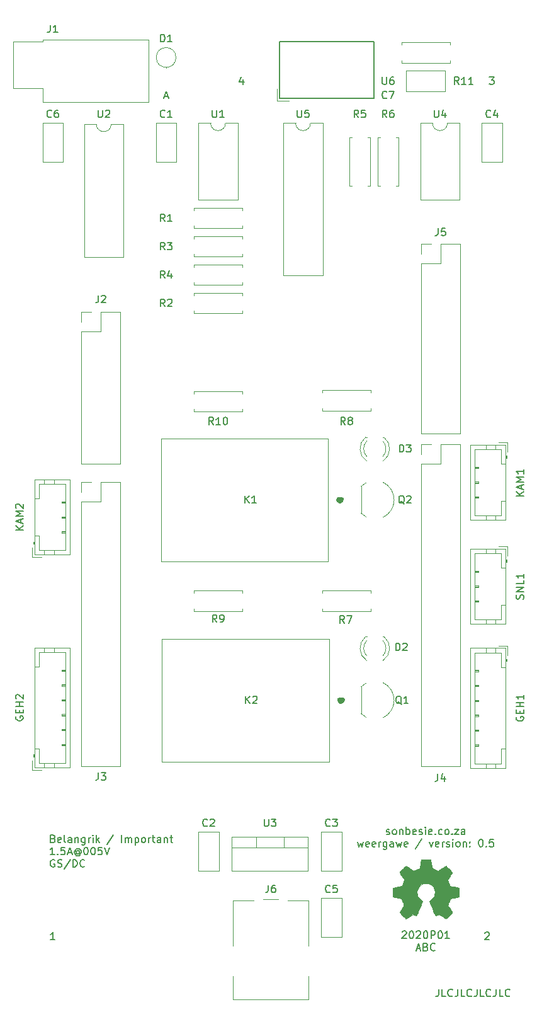
<source format=gbr>
G04 #@! TF.GenerationSoftware,KiCad,Pcbnew,5.1.5+dfsg1-2build2*
G04 #@! TF.CreationDate,2020-08-27T12:41:00+02:00*
G04 #@! TF.ProjectId,camera_board,63616d65-7261-45f6-926f-6172642e6b69,0*
G04 #@! TF.SameCoordinates,Original*
G04 #@! TF.FileFunction,Legend,Top*
G04 #@! TF.FilePolarity,Positive*
%FSLAX46Y46*%
G04 Gerber Fmt 4.6, Leading zero omitted, Abs format (unit mm)*
G04 Created by KiCad (PCBNEW 5.1.5+dfsg1-2build2) date 2020-08-27 12:41:00*
%MOMM*%
%LPD*%
G04 APERTURE LIST*
%ADD10C,0.150000*%
%ADD11C,0.120000*%
%ADD12C,0.010000*%
%ADD13C,0.100000*%
%ADD14C,0.800000*%
G04 APERTURE END LIST*
D10*
X86820952Y-181062380D02*
X86820952Y-181776666D01*
X86773333Y-181919523D01*
X86678095Y-182014761D01*
X86535238Y-182062380D01*
X86440000Y-182062380D01*
X87773333Y-182062380D02*
X87297142Y-182062380D01*
X87297142Y-181062380D01*
X88678095Y-181967142D02*
X88630476Y-182014761D01*
X88487619Y-182062380D01*
X88392380Y-182062380D01*
X88249523Y-182014761D01*
X88154285Y-181919523D01*
X88106666Y-181824285D01*
X88059047Y-181633809D01*
X88059047Y-181490952D01*
X88106666Y-181300476D01*
X88154285Y-181205238D01*
X88249523Y-181110000D01*
X88392380Y-181062380D01*
X88487619Y-181062380D01*
X88630476Y-181110000D01*
X88678095Y-181157619D01*
X89392380Y-181062380D02*
X89392380Y-181776666D01*
X89344761Y-181919523D01*
X89249523Y-182014761D01*
X89106666Y-182062380D01*
X89011428Y-182062380D01*
X90344761Y-182062380D02*
X89868571Y-182062380D01*
X89868571Y-181062380D01*
X91249523Y-181967142D02*
X91201904Y-182014761D01*
X91059047Y-182062380D01*
X90963809Y-182062380D01*
X90820952Y-182014761D01*
X90725714Y-181919523D01*
X90678095Y-181824285D01*
X90630476Y-181633809D01*
X90630476Y-181490952D01*
X90678095Y-181300476D01*
X90725714Y-181205238D01*
X90820952Y-181110000D01*
X90963809Y-181062380D01*
X91059047Y-181062380D01*
X91201904Y-181110000D01*
X91249523Y-181157619D01*
X91963809Y-181062380D02*
X91963809Y-181776666D01*
X91916190Y-181919523D01*
X91820952Y-182014761D01*
X91678095Y-182062380D01*
X91582857Y-182062380D01*
X92916190Y-182062380D02*
X92440000Y-182062380D01*
X92440000Y-181062380D01*
X93820952Y-181967142D02*
X93773333Y-182014761D01*
X93630476Y-182062380D01*
X93535238Y-182062380D01*
X93392380Y-182014761D01*
X93297142Y-181919523D01*
X93249523Y-181824285D01*
X93201904Y-181633809D01*
X93201904Y-181490952D01*
X93249523Y-181300476D01*
X93297142Y-181205238D01*
X93392380Y-181110000D01*
X93535238Y-181062380D01*
X93630476Y-181062380D01*
X93773333Y-181110000D01*
X93820952Y-181157619D01*
X94535238Y-181062380D02*
X94535238Y-181776666D01*
X94487619Y-181919523D01*
X94392380Y-182014761D01*
X94249523Y-182062380D01*
X94154285Y-182062380D01*
X95487619Y-182062380D02*
X95011428Y-182062380D01*
X95011428Y-181062380D01*
X96392380Y-181967142D02*
X96344761Y-182014761D01*
X96201904Y-182062380D01*
X96106666Y-182062380D01*
X95963809Y-182014761D01*
X95868571Y-181919523D01*
X95820952Y-181824285D01*
X95773333Y-181633809D01*
X95773333Y-181490952D01*
X95820952Y-181300476D01*
X95868571Y-181205238D01*
X95963809Y-181110000D01*
X96106666Y-181062380D01*
X96201904Y-181062380D01*
X96344761Y-181110000D01*
X96392380Y-181157619D01*
X34958928Y-160838571D02*
X35101785Y-160886190D01*
X35149404Y-160933809D01*
X35197023Y-161029047D01*
X35197023Y-161171904D01*
X35149404Y-161267142D01*
X35101785Y-161314761D01*
X35006547Y-161362380D01*
X34625595Y-161362380D01*
X34625595Y-160362380D01*
X34958928Y-160362380D01*
X35054166Y-160410000D01*
X35101785Y-160457619D01*
X35149404Y-160552857D01*
X35149404Y-160648095D01*
X35101785Y-160743333D01*
X35054166Y-160790952D01*
X34958928Y-160838571D01*
X34625595Y-160838571D01*
X36006547Y-161314761D02*
X35911309Y-161362380D01*
X35720833Y-161362380D01*
X35625595Y-161314761D01*
X35577976Y-161219523D01*
X35577976Y-160838571D01*
X35625595Y-160743333D01*
X35720833Y-160695714D01*
X35911309Y-160695714D01*
X36006547Y-160743333D01*
X36054166Y-160838571D01*
X36054166Y-160933809D01*
X35577976Y-161029047D01*
X36625595Y-161362380D02*
X36530357Y-161314761D01*
X36482738Y-161219523D01*
X36482738Y-160362380D01*
X37435119Y-161362380D02*
X37435119Y-160838571D01*
X37387500Y-160743333D01*
X37292261Y-160695714D01*
X37101785Y-160695714D01*
X37006547Y-160743333D01*
X37435119Y-161314761D02*
X37339880Y-161362380D01*
X37101785Y-161362380D01*
X37006547Y-161314761D01*
X36958928Y-161219523D01*
X36958928Y-161124285D01*
X37006547Y-161029047D01*
X37101785Y-160981428D01*
X37339880Y-160981428D01*
X37435119Y-160933809D01*
X37911309Y-160695714D02*
X37911309Y-161362380D01*
X37911309Y-160790952D02*
X37958928Y-160743333D01*
X38054166Y-160695714D01*
X38197023Y-160695714D01*
X38292261Y-160743333D01*
X38339880Y-160838571D01*
X38339880Y-161362380D01*
X39244642Y-160695714D02*
X39244642Y-161505238D01*
X39197023Y-161600476D01*
X39149404Y-161648095D01*
X39054166Y-161695714D01*
X38911309Y-161695714D01*
X38816071Y-161648095D01*
X39244642Y-161314761D02*
X39149404Y-161362380D01*
X38958928Y-161362380D01*
X38863690Y-161314761D01*
X38816071Y-161267142D01*
X38768452Y-161171904D01*
X38768452Y-160886190D01*
X38816071Y-160790952D01*
X38863690Y-160743333D01*
X38958928Y-160695714D01*
X39149404Y-160695714D01*
X39244642Y-160743333D01*
X39720833Y-161362380D02*
X39720833Y-160695714D01*
X39720833Y-160886190D02*
X39768452Y-160790952D01*
X39816071Y-160743333D01*
X39911309Y-160695714D01*
X40006547Y-160695714D01*
X40339880Y-161362380D02*
X40339880Y-160695714D01*
X40339880Y-160362380D02*
X40292261Y-160410000D01*
X40339880Y-160457619D01*
X40387500Y-160410000D01*
X40339880Y-160362380D01*
X40339880Y-160457619D01*
X40816071Y-161362380D02*
X40816071Y-160362380D01*
X40911309Y-160981428D02*
X41197023Y-161362380D01*
X41197023Y-160695714D02*
X40816071Y-161076666D01*
X43101785Y-160314761D02*
X42244642Y-161600476D01*
X44197023Y-161362380D02*
X44197023Y-160362380D01*
X44673214Y-161362380D02*
X44673214Y-160695714D01*
X44673214Y-160790952D02*
X44720833Y-160743333D01*
X44816071Y-160695714D01*
X44958928Y-160695714D01*
X45054166Y-160743333D01*
X45101785Y-160838571D01*
X45101785Y-161362380D01*
X45101785Y-160838571D02*
X45149404Y-160743333D01*
X45244642Y-160695714D01*
X45387500Y-160695714D01*
X45482738Y-160743333D01*
X45530357Y-160838571D01*
X45530357Y-161362380D01*
X46006547Y-160695714D02*
X46006547Y-161695714D01*
X46006547Y-160743333D02*
X46101785Y-160695714D01*
X46292261Y-160695714D01*
X46387500Y-160743333D01*
X46435119Y-160790952D01*
X46482738Y-160886190D01*
X46482738Y-161171904D01*
X46435119Y-161267142D01*
X46387500Y-161314761D01*
X46292261Y-161362380D01*
X46101785Y-161362380D01*
X46006547Y-161314761D01*
X47054166Y-161362380D02*
X46958928Y-161314761D01*
X46911309Y-161267142D01*
X46863690Y-161171904D01*
X46863690Y-160886190D01*
X46911309Y-160790952D01*
X46958928Y-160743333D01*
X47054166Y-160695714D01*
X47197023Y-160695714D01*
X47292261Y-160743333D01*
X47339880Y-160790952D01*
X47387500Y-160886190D01*
X47387500Y-161171904D01*
X47339880Y-161267142D01*
X47292261Y-161314761D01*
X47197023Y-161362380D01*
X47054166Y-161362380D01*
X47816071Y-161362380D02*
X47816071Y-160695714D01*
X47816071Y-160886190D02*
X47863690Y-160790952D01*
X47911309Y-160743333D01*
X48006547Y-160695714D01*
X48101785Y-160695714D01*
X48292261Y-160695714D02*
X48673214Y-160695714D01*
X48435119Y-160362380D02*
X48435119Y-161219523D01*
X48482738Y-161314761D01*
X48577976Y-161362380D01*
X48673214Y-161362380D01*
X49435119Y-161362380D02*
X49435119Y-160838571D01*
X49387500Y-160743333D01*
X49292261Y-160695714D01*
X49101785Y-160695714D01*
X49006547Y-160743333D01*
X49435119Y-161314761D02*
X49339880Y-161362380D01*
X49101785Y-161362380D01*
X49006547Y-161314761D01*
X48958928Y-161219523D01*
X48958928Y-161124285D01*
X49006547Y-161029047D01*
X49101785Y-160981428D01*
X49339880Y-160981428D01*
X49435119Y-160933809D01*
X49911309Y-160695714D02*
X49911309Y-161362380D01*
X49911309Y-160790952D02*
X49958928Y-160743333D01*
X50054166Y-160695714D01*
X50197023Y-160695714D01*
X50292261Y-160743333D01*
X50339880Y-160838571D01*
X50339880Y-161362380D01*
X50673214Y-160695714D02*
X51054166Y-160695714D01*
X50816071Y-160362380D02*
X50816071Y-161219523D01*
X50863690Y-161314761D01*
X50958928Y-161362380D01*
X51054166Y-161362380D01*
X35149404Y-163012380D02*
X34577976Y-163012380D01*
X34863690Y-163012380D02*
X34863690Y-162012380D01*
X34768452Y-162155238D01*
X34673214Y-162250476D01*
X34577976Y-162298095D01*
X35577976Y-162917142D02*
X35625595Y-162964761D01*
X35577976Y-163012380D01*
X35530357Y-162964761D01*
X35577976Y-162917142D01*
X35577976Y-163012380D01*
X36530357Y-162012380D02*
X36054166Y-162012380D01*
X36006547Y-162488571D01*
X36054166Y-162440952D01*
X36149404Y-162393333D01*
X36387500Y-162393333D01*
X36482738Y-162440952D01*
X36530357Y-162488571D01*
X36577976Y-162583809D01*
X36577976Y-162821904D01*
X36530357Y-162917142D01*
X36482738Y-162964761D01*
X36387500Y-163012380D01*
X36149404Y-163012380D01*
X36054166Y-162964761D01*
X36006547Y-162917142D01*
X36958928Y-162726666D02*
X37435119Y-162726666D01*
X36863690Y-163012380D02*
X37197023Y-162012380D01*
X37530357Y-163012380D01*
X38482738Y-162536190D02*
X38435119Y-162488571D01*
X38339880Y-162440952D01*
X38244642Y-162440952D01*
X38149404Y-162488571D01*
X38101785Y-162536190D01*
X38054166Y-162631428D01*
X38054166Y-162726666D01*
X38101785Y-162821904D01*
X38149404Y-162869523D01*
X38244642Y-162917142D01*
X38339880Y-162917142D01*
X38435119Y-162869523D01*
X38482738Y-162821904D01*
X38482738Y-162440952D02*
X38482738Y-162821904D01*
X38530357Y-162869523D01*
X38577976Y-162869523D01*
X38673214Y-162821904D01*
X38720833Y-162726666D01*
X38720833Y-162488571D01*
X38625595Y-162345714D01*
X38482738Y-162250476D01*
X38292261Y-162202857D01*
X38101785Y-162250476D01*
X37958928Y-162345714D01*
X37863690Y-162488571D01*
X37816071Y-162679047D01*
X37863690Y-162869523D01*
X37958928Y-163012380D01*
X38101785Y-163107619D01*
X38292261Y-163155238D01*
X38482738Y-163107619D01*
X38625595Y-163012380D01*
X39339880Y-162012380D02*
X39435119Y-162012380D01*
X39530357Y-162060000D01*
X39577976Y-162107619D01*
X39625595Y-162202857D01*
X39673214Y-162393333D01*
X39673214Y-162631428D01*
X39625595Y-162821904D01*
X39577976Y-162917142D01*
X39530357Y-162964761D01*
X39435119Y-163012380D01*
X39339880Y-163012380D01*
X39244642Y-162964761D01*
X39197023Y-162917142D01*
X39149404Y-162821904D01*
X39101785Y-162631428D01*
X39101785Y-162393333D01*
X39149404Y-162202857D01*
X39197023Y-162107619D01*
X39244642Y-162060000D01*
X39339880Y-162012380D01*
X40292261Y-162012380D02*
X40387500Y-162012380D01*
X40482738Y-162060000D01*
X40530357Y-162107619D01*
X40577976Y-162202857D01*
X40625595Y-162393333D01*
X40625595Y-162631428D01*
X40577976Y-162821904D01*
X40530357Y-162917142D01*
X40482738Y-162964761D01*
X40387500Y-163012380D01*
X40292261Y-163012380D01*
X40197023Y-162964761D01*
X40149404Y-162917142D01*
X40101785Y-162821904D01*
X40054166Y-162631428D01*
X40054166Y-162393333D01*
X40101785Y-162202857D01*
X40149404Y-162107619D01*
X40197023Y-162060000D01*
X40292261Y-162012380D01*
X41530357Y-162012380D02*
X41054166Y-162012380D01*
X41006547Y-162488571D01*
X41054166Y-162440952D01*
X41149404Y-162393333D01*
X41387500Y-162393333D01*
X41482738Y-162440952D01*
X41530357Y-162488571D01*
X41577976Y-162583809D01*
X41577976Y-162821904D01*
X41530357Y-162917142D01*
X41482738Y-162964761D01*
X41387500Y-163012380D01*
X41149404Y-163012380D01*
X41054166Y-162964761D01*
X41006547Y-162917142D01*
X41863690Y-162012380D02*
X42197023Y-163012380D01*
X42530357Y-162012380D01*
X35149404Y-163710000D02*
X35054166Y-163662380D01*
X34911309Y-163662380D01*
X34768452Y-163710000D01*
X34673214Y-163805238D01*
X34625595Y-163900476D01*
X34577976Y-164090952D01*
X34577976Y-164233809D01*
X34625595Y-164424285D01*
X34673214Y-164519523D01*
X34768452Y-164614761D01*
X34911309Y-164662380D01*
X35006547Y-164662380D01*
X35149404Y-164614761D01*
X35197023Y-164567142D01*
X35197023Y-164233809D01*
X35006547Y-164233809D01*
X35577976Y-164614761D02*
X35720833Y-164662380D01*
X35958928Y-164662380D01*
X36054166Y-164614761D01*
X36101785Y-164567142D01*
X36149404Y-164471904D01*
X36149404Y-164376666D01*
X36101785Y-164281428D01*
X36054166Y-164233809D01*
X35958928Y-164186190D01*
X35768452Y-164138571D01*
X35673214Y-164090952D01*
X35625595Y-164043333D01*
X35577976Y-163948095D01*
X35577976Y-163852857D01*
X35625595Y-163757619D01*
X35673214Y-163710000D01*
X35768452Y-163662380D01*
X36006547Y-163662380D01*
X36149404Y-163710000D01*
X37292261Y-163614761D02*
X36435119Y-164900476D01*
X37625595Y-164662380D02*
X37625595Y-163662380D01*
X37863690Y-163662380D01*
X38006547Y-163710000D01*
X38101785Y-163805238D01*
X38149404Y-163900476D01*
X38197023Y-164090952D01*
X38197023Y-164233809D01*
X38149404Y-164424285D01*
X38101785Y-164519523D01*
X38006547Y-164614761D01*
X37863690Y-164662380D01*
X37625595Y-164662380D01*
X39197023Y-164567142D02*
X39149404Y-164614761D01*
X39006547Y-164662380D01*
X38911309Y-164662380D01*
X38768452Y-164614761D01*
X38673214Y-164519523D01*
X38625595Y-164424285D01*
X38577976Y-164233809D01*
X38577976Y-164090952D01*
X38625595Y-163900476D01*
X38673214Y-163805238D01*
X38768452Y-163710000D01*
X38911309Y-163662380D01*
X39006547Y-163662380D01*
X39149404Y-163710000D01*
X39197023Y-163757619D01*
X81923333Y-173347619D02*
X81970952Y-173300000D01*
X82066190Y-173252380D01*
X82304285Y-173252380D01*
X82399523Y-173300000D01*
X82447142Y-173347619D01*
X82494761Y-173442857D01*
X82494761Y-173538095D01*
X82447142Y-173680952D01*
X81875714Y-174252380D01*
X82494761Y-174252380D01*
X83113809Y-173252380D02*
X83209047Y-173252380D01*
X83304285Y-173300000D01*
X83351904Y-173347619D01*
X83399523Y-173442857D01*
X83447142Y-173633333D01*
X83447142Y-173871428D01*
X83399523Y-174061904D01*
X83351904Y-174157142D01*
X83304285Y-174204761D01*
X83209047Y-174252380D01*
X83113809Y-174252380D01*
X83018571Y-174204761D01*
X82970952Y-174157142D01*
X82923333Y-174061904D01*
X82875714Y-173871428D01*
X82875714Y-173633333D01*
X82923333Y-173442857D01*
X82970952Y-173347619D01*
X83018571Y-173300000D01*
X83113809Y-173252380D01*
X83828095Y-173347619D02*
X83875714Y-173300000D01*
X83970952Y-173252380D01*
X84209047Y-173252380D01*
X84304285Y-173300000D01*
X84351904Y-173347619D01*
X84399523Y-173442857D01*
X84399523Y-173538095D01*
X84351904Y-173680952D01*
X83780476Y-174252380D01*
X84399523Y-174252380D01*
X85018571Y-173252380D02*
X85113809Y-173252380D01*
X85209047Y-173300000D01*
X85256666Y-173347619D01*
X85304285Y-173442857D01*
X85351904Y-173633333D01*
X85351904Y-173871428D01*
X85304285Y-174061904D01*
X85256666Y-174157142D01*
X85209047Y-174204761D01*
X85113809Y-174252380D01*
X85018571Y-174252380D01*
X84923333Y-174204761D01*
X84875714Y-174157142D01*
X84828095Y-174061904D01*
X84780476Y-173871428D01*
X84780476Y-173633333D01*
X84828095Y-173442857D01*
X84875714Y-173347619D01*
X84923333Y-173300000D01*
X85018571Y-173252380D01*
X85780476Y-174252380D02*
X85780476Y-173252380D01*
X86161428Y-173252380D01*
X86256666Y-173300000D01*
X86304285Y-173347619D01*
X86351904Y-173442857D01*
X86351904Y-173585714D01*
X86304285Y-173680952D01*
X86256666Y-173728571D01*
X86161428Y-173776190D01*
X85780476Y-173776190D01*
X86970952Y-173252380D02*
X87066190Y-173252380D01*
X87161428Y-173300000D01*
X87209047Y-173347619D01*
X87256666Y-173442857D01*
X87304285Y-173633333D01*
X87304285Y-173871428D01*
X87256666Y-174061904D01*
X87209047Y-174157142D01*
X87161428Y-174204761D01*
X87066190Y-174252380D01*
X86970952Y-174252380D01*
X86875714Y-174204761D01*
X86828095Y-174157142D01*
X86780476Y-174061904D01*
X86732857Y-173871428D01*
X86732857Y-173633333D01*
X86780476Y-173442857D01*
X86828095Y-173347619D01*
X86875714Y-173300000D01*
X86970952Y-173252380D01*
X88256666Y-174252380D02*
X87685238Y-174252380D01*
X87970952Y-174252380D02*
X87970952Y-173252380D01*
X87875714Y-173395238D01*
X87780476Y-173490476D01*
X87685238Y-173538095D01*
X83851904Y-175616666D02*
X84328095Y-175616666D01*
X83756666Y-175902380D02*
X84090000Y-174902380D01*
X84423333Y-175902380D01*
X85090000Y-175378571D02*
X85232857Y-175426190D01*
X85280476Y-175473809D01*
X85328095Y-175569047D01*
X85328095Y-175711904D01*
X85280476Y-175807142D01*
X85232857Y-175854761D01*
X85137619Y-175902380D01*
X84756666Y-175902380D01*
X84756666Y-174902380D01*
X85090000Y-174902380D01*
X85185238Y-174950000D01*
X85232857Y-174997619D01*
X85280476Y-175092857D01*
X85280476Y-175188095D01*
X85232857Y-175283333D01*
X85185238Y-175330952D01*
X85090000Y-175378571D01*
X84756666Y-175378571D01*
X86328095Y-175807142D02*
X86280476Y-175854761D01*
X86137619Y-175902380D01*
X86042380Y-175902380D01*
X85899523Y-175854761D01*
X85804285Y-175759523D01*
X85756666Y-175664285D01*
X85709047Y-175473809D01*
X85709047Y-175330952D01*
X85756666Y-175140476D01*
X85804285Y-175045238D01*
X85899523Y-174950000D01*
X86042380Y-174902380D01*
X86137619Y-174902380D01*
X86280476Y-174950000D01*
X86328095Y-174997619D01*
X79804285Y-160234761D02*
X79899523Y-160282380D01*
X80090000Y-160282380D01*
X80185238Y-160234761D01*
X80232857Y-160139523D01*
X80232857Y-160091904D01*
X80185238Y-159996666D01*
X80090000Y-159949047D01*
X79947142Y-159949047D01*
X79851904Y-159901428D01*
X79804285Y-159806190D01*
X79804285Y-159758571D01*
X79851904Y-159663333D01*
X79947142Y-159615714D01*
X80090000Y-159615714D01*
X80185238Y-159663333D01*
X80804285Y-160282380D02*
X80709047Y-160234761D01*
X80661428Y-160187142D01*
X80613809Y-160091904D01*
X80613809Y-159806190D01*
X80661428Y-159710952D01*
X80709047Y-159663333D01*
X80804285Y-159615714D01*
X80947142Y-159615714D01*
X81042380Y-159663333D01*
X81090000Y-159710952D01*
X81137619Y-159806190D01*
X81137619Y-160091904D01*
X81090000Y-160187142D01*
X81042380Y-160234761D01*
X80947142Y-160282380D01*
X80804285Y-160282380D01*
X81566190Y-159615714D02*
X81566190Y-160282380D01*
X81566190Y-159710952D02*
X81613809Y-159663333D01*
X81709047Y-159615714D01*
X81851904Y-159615714D01*
X81947142Y-159663333D01*
X81994761Y-159758571D01*
X81994761Y-160282380D01*
X82470952Y-160282380D02*
X82470952Y-159282380D01*
X82470952Y-159663333D02*
X82566190Y-159615714D01*
X82756666Y-159615714D01*
X82851904Y-159663333D01*
X82899523Y-159710952D01*
X82947142Y-159806190D01*
X82947142Y-160091904D01*
X82899523Y-160187142D01*
X82851904Y-160234761D01*
X82756666Y-160282380D01*
X82566190Y-160282380D01*
X82470952Y-160234761D01*
X83756666Y-160234761D02*
X83661428Y-160282380D01*
X83470952Y-160282380D01*
X83375714Y-160234761D01*
X83328095Y-160139523D01*
X83328095Y-159758571D01*
X83375714Y-159663333D01*
X83470952Y-159615714D01*
X83661428Y-159615714D01*
X83756666Y-159663333D01*
X83804285Y-159758571D01*
X83804285Y-159853809D01*
X83328095Y-159949047D01*
X84185238Y-160234761D02*
X84280476Y-160282380D01*
X84470952Y-160282380D01*
X84566190Y-160234761D01*
X84613809Y-160139523D01*
X84613809Y-160091904D01*
X84566190Y-159996666D01*
X84470952Y-159949047D01*
X84328095Y-159949047D01*
X84232857Y-159901428D01*
X84185238Y-159806190D01*
X84185238Y-159758571D01*
X84232857Y-159663333D01*
X84328095Y-159615714D01*
X84470952Y-159615714D01*
X84566190Y-159663333D01*
X85042380Y-160282380D02*
X85042380Y-159615714D01*
X85042380Y-159282380D02*
X84994761Y-159330000D01*
X85042380Y-159377619D01*
X85090000Y-159330000D01*
X85042380Y-159282380D01*
X85042380Y-159377619D01*
X85899523Y-160234761D02*
X85804285Y-160282380D01*
X85613809Y-160282380D01*
X85518571Y-160234761D01*
X85470952Y-160139523D01*
X85470952Y-159758571D01*
X85518571Y-159663333D01*
X85613809Y-159615714D01*
X85804285Y-159615714D01*
X85899523Y-159663333D01*
X85947142Y-159758571D01*
X85947142Y-159853809D01*
X85470952Y-159949047D01*
X86375714Y-160187142D02*
X86423333Y-160234761D01*
X86375714Y-160282380D01*
X86328095Y-160234761D01*
X86375714Y-160187142D01*
X86375714Y-160282380D01*
X87280476Y-160234761D02*
X87185238Y-160282380D01*
X86994761Y-160282380D01*
X86899523Y-160234761D01*
X86851904Y-160187142D01*
X86804285Y-160091904D01*
X86804285Y-159806190D01*
X86851904Y-159710952D01*
X86899523Y-159663333D01*
X86994761Y-159615714D01*
X87185238Y-159615714D01*
X87280476Y-159663333D01*
X87851904Y-160282380D02*
X87756666Y-160234761D01*
X87709047Y-160187142D01*
X87661428Y-160091904D01*
X87661428Y-159806190D01*
X87709047Y-159710952D01*
X87756666Y-159663333D01*
X87851904Y-159615714D01*
X87994761Y-159615714D01*
X88090000Y-159663333D01*
X88137619Y-159710952D01*
X88185238Y-159806190D01*
X88185238Y-160091904D01*
X88137619Y-160187142D01*
X88090000Y-160234761D01*
X87994761Y-160282380D01*
X87851904Y-160282380D01*
X88613809Y-160187142D02*
X88661428Y-160234761D01*
X88613809Y-160282380D01*
X88566190Y-160234761D01*
X88613809Y-160187142D01*
X88613809Y-160282380D01*
X88994761Y-159615714D02*
X89518571Y-159615714D01*
X88994761Y-160282380D01*
X89518571Y-160282380D01*
X90328095Y-160282380D02*
X90328095Y-159758571D01*
X90280476Y-159663333D01*
X90185238Y-159615714D01*
X89994761Y-159615714D01*
X89899523Y-159663333D01*
X90328095Y-160234761D02*
X90232857Y-160282380D01*
X89994761Y-160282380D01*
X89899523Y-160234761D01*
X89851904Y-160139523D01*
X89851904Y-160044285D01*
X89899523Y-159949047D01*
X89994761Y-159901428D01*
X90232857Y-159901428D01*
X90328095Y-159853809D01*
X75923333Y-161265714D02*
X76113809Y-161932380D01*
X76304285Y-161456190D01*
X76494761Y-161932380D01*
X76685238Y-161265714D01*
X77447142Y-161884761D02*
X77351904Y-161932380D01*
X77161428Y-161932380D01*
X77066190Y-161884761D01*
X77018571Y-161789523D01*
X77018571Y-161408571D01*
X77066190Y-161313333D01*
X77161428Y-161265714D01*
X77351904Y-161265714D01*
X77447142Y-161313333D01*
X77494761Y-161408571D01*
X77494761Y-161503809D01*
X77018571Y-161599047D01*
X78304285Y-161884761D02*
X78209047Y-161932380D01*
X78018571Y-161932380D01*
X77923333Y-161884761D01*
X77875714Y-161789523D01*
X77875714Y-161408571D01*
X77923333Y-161313333D01*
X78018571Y-161265714D01*
X78209047Y-161265714D01*
X78304285Y-161313333D01*
X78351904Y-161408571D01*
X78351904Y-161503809D01*
X77875714Y-161599047D01*
X78780476Y-161932380D02*
X78780476Y-161265714D01*
X78780476Y-161456190D02*
X78828095Y-161360952D01*
X78875714Y-161313333D01*
X78970952Y-161265714D01*
X79066190Y-161265714D01*
X79828095Y-161265714D02*
X79828095Y-162075238D01*
X79780476Y-162170476D01*
X79732857Y-162218095D01*
X79637619Y-162265714D01*
X79494761Y-162265714D01*
X79399523Y-162218095D01*
X79828095Y-161884761D02*
X79732857Y-161932380D01*
X79542380Y-161932380D01*
X79447142Y-161884761D01*
X79399523Y-161837142D01*
X79351904Y-161741904D01*
X79351904Y-161456190D01*
X79399523Y-161360952D01*
X79447142Y-161313333D01*
X79542380Y-161265714D01*
X79732857Y-161265714D01*
X79828095Y-161313333D01*
X80732857Y-161932380D02*
X80732857Y-161408571D01*
X80685238Y-161313333D01*
X80590000Y-161265714D01*
X80399523Y-161265714D01*
X80304285Y-161313333D01*
X80732857Y-161884761D02*
X80637619Y-161932380D01*
X80399523Y-161932380D01*
X80304285Y-161884761D01*
X80256666Y-161789523D01*
X80256666Y-161694285D01*
X80304285Y-161599047D01*
X80399523Y-161551428D01*
X80637619Y-161551428D01*
X80732857Y-161503809D01*
X81113809Y-161265714D02*
X81304285Y-161932380D01*
X81494761Y-161456190D01*
X81685238Y-161932380D01*
X81875714Y-161265714D01*
X82637619Y-161884761D02*
X82542380Y-161932380D01*
X82351904Y-161932380D01*
X82256666Y-161884761D01*
X82209047Y-161789523D01*
X82209047Y-161408571D01*
X82256666Y-161313333D01*
X82351904Y-161265714D01*
X82542380Y-161265714D01*
X82637619Y-161313333D01*
X82685238Y-161408571D01*
X82685238Y-161503809D01*
X82209047Y-161599047D01*
X84590000Y-160884761D02*
X83732857Y-162170476D01*
X85590000Y-161265714D02*
X85828095Y-161932380D01*
X86066190Y-161265714D01*
X86828095Y-161884761D02*
X86732857Y-161932380D01*
X86542380Y-161932380D01*
X86447142Y-161884761D01*
X86399523Y-161789523D01*
X86399523Y-161408571D01*
X86447142Y-161313333D01*
X86542380Y-161265714D01*
X86732857Y-161265714D01*
X86828095Y-161313333D01*
X86875714Y-161408571D01*
X86875714Y-161503809D01*
X86399523Y-161599047D01*
X87304285Y-161932380D02*
X87304285Y-161265714D01*
X87304285Y-161456190D02*
X87351904Y-161360952D01*
X87399523Y-161313333D01*
X87494761Y-161265714D01*
X87590000Y-161265714D01*
X87875714Y-161884761D02*
X87970952Y-161932380D01*
X88161428Y-161932380D01*
X88256666Y-161884761D01*
X88304285Y-161789523D01*
X88304285Y-161741904D01*
X88256666Y-161646666D01*
X88161428Y-161599047D01*
X88018571Y-161599047D01*
X87923333Y-161551428D01*
X87875714Y-161456190D01*
X87875714Y-161408571D01*
X87923333Y-161313333D01*
X88018571Y-161265714D01*
X88161428Y-161265714D01*
X88256666Y-161313333D01*
X88732857Y-161932380D02*
X88732857Y-161265714D01*
X88732857Y-160932380D02*
X88685238Y-160980000D01*
X88732857Y-161027619D01*
X88780476Y-160980000D01*
X88732857Y-160932380D01*
X88732857Y-161027619D01*
X89351904Y-161932380D02*
X89256666Y-161884761D01*
X89209047Y-161837142D01*
X89161428Y-161741904D01*
X89161428Y-161456190D01*
X89209047Y-161360952D01*
X89256666Y-161313333D01*
X89351904Y-161265714D01*
X89494761Y-161265714D01*
X89590000Y-161313333D01*
X89637619Y-161360952D01*
X89685238Y-161456190D01*
X89685238Y-161741904D01*
X89637619Y-161837142D01*
X89590000Y-161884761D01*
X89494761Y-161932380D01*
X89351904Y-161932380D01*
X90113809Y-161265714D02*
X90113809Y-161932380D01*
X90113809Y-161360952D02*
X90161428Y-161313333D01*
X90256666Y-161265714D01*
X90399523Y-161265714D01*
X90494761Y-161313333D01*
X90542380Y-161408571D01*
X90542380Y-161932380D01*
X91018571Y-161837142D02*
X91066190Y-161884761D01*
X91018571Y-161932380D01*
X90970952Y-161884761D01*
X91018571Y-161837142D01*
X91018571Y-161932380D01*
X91018571Y-161313333D02*
X91066190Y-161360952D01*
X91018571Y-161408571D01*
X90970952Y-161360952D01*
X91018571Y-161313333D01*
X91018571Y-161408571D01*
X92447142Y-160932380D02*
X92542380Y-160932380D01*
X92637619Y-160980000D01*
X92685238Y-161027619D01*
X92732857Y-161122857D01*
X92780476Y-161313333D01*
X92780476Y-161551428D01*
X92732857Y-161741904D01*
X92685238Y-161837142D01*
X92637619Y-161884761D01*
X92542380Y-161932380D01*
X92447142Y-161932380D01*
X92351904Y-161884761D01*
X92304285Y-161837142D01*
X92256666Y-161741904D01*
X92209047Y-161551428D01*
X92209047Y-161313333D01*
X92256666Y-161122857D01*
X92304285Y-161027619D01*
X92351904Y-160980000D01*
X92447142Y-160932380D01*
X93209047Y-161837142D02*
X93256666Y-161884761D01*
X93209047Y-161932380D01*
X93161428Y-161884761D01*
X93209047Y-161837142D01*
X93209047Y-161932380D01*
X94161428Y-160932380D02*
X93685238Y-160932380D01*
X93637619Y-161408571D01*
X93685238Y-161360952D01*
X93780476Y-161313333D01*
X94018571Y-161313333D01*
X94113809Y-161360952D01*
X94161428Y-161408571D01*
X94209047Y-161503809D01*
X94209047Y-161741904D01*
X94161428Y-161837142D01*
X94113809Y-161884761D01*
X94018571Y-161932380D01*
X93780476Y-161932380D01*
X93685238Y-161884761D01*
X93637619Y-161837142D01*
D11*
X82450000Y-57685000D02*
X87690000Y-57685000D01*
X82450000Y-60425000D02*
X87690000Y-60425000D01*
X82450000Y-57685000D02*
X82450000Y-60425000D01*
X87690000Y-57685000D02*
X87690000Y-60425000D01*
D12*
G36*
X85836536Y-164240427D02*
G01*
X85949118Y-164837618D01*
X86364531Y-165008865D01*
X86779945Y-165180112D01*
X87278302Y-164841233D01*
X87417869Y-164746877D01*
X87544029Y-164662630D01*
X87650896Y-164592338D01*
X87732583Y-164539847D01*
X87783202Y-164509004D01*
X87796987Y-164502353D01*
X87821821Y-164519458D01*
X87874889Y-164566744D01*
X87950241Y-164638172D01*
X88041930Y-164727700D01*
X88144008Y-164829289D01*
X88250527Y-164936898D01*
X88355537Y-165044487D01*
X88453092Y-165146015D01*
X88537243Y-165235441D01*
X88602041Y-165306726D01*
X88641538Y-165353828D01*
X88650981Y-165369592D01*
X88637392Y-165398653D01*
X88599294Y-165462321D01*
X88540694Y-165554367D01*
X88465598Y-165668564D01*
X88378009Y-165798684D01*
X88327255Y-165872901D01*
X88234746Y-166008422D01*
X88152541Y-166130716D01*
X88084631Y-166233695D01*
X88035001Y-166311273D01*
X88007641Y-166357361D01*
X88003530Y-166367047D01*
X88012850Y-166394574D01*
X88038255Y-166458728D01*
X88075912Y-166550490D01*
X88121987Y-166660839D01*
X88172647Y-166780755D01*
X88224060Y-166901219D01*
X88272390Y-167013209D01*
X88313807Y-167107707D01*
X88344475Y-167175692D01*
X88360562Y-167208143D01*
X88361512Y-167209420D01*
X88386773Y-167215617D01*
X88454046Y-167229440D01*
X88556361Y-167249532D01*
X88686742Y-167274534D01*
X88838217Y-167303086D01*
X88926594Y-167319551D01*
X89088453Y-167350369D01*
X89234650Y-167379694D01*
X89357788Y-167405921D01*
X89450470Y-167427446D01*
X89505302Y-167442665D01*
X89516324Y-167447493D01*
X89527119Y-167480174D01*
X89535830Y-167553985D01*
X89542461Y-167660292D01*
X89547019Y-167790467D01*
X89549510Y-167935876D01*
X89549939Y-168087890D01*
X89548312Y-168237877D01*
X89544636Y-168377206D01*
X89538916Y-168497245D01*
X89531158Y-168589365D01*
X89521369Y-168644932D01*
X89515497Y-168656500D01*
X89480400Y-168670365D01*
X89406029Y-168690188D01*
X89302224Y-168713639D01*
X89178820Y-168738391D01*
X89135742Y-168746398D01*
X88928048Y-168784441D01*
X88763985Y-168815079D01*
X88638131Y-168839529D01*
X88545066Y-168859009D01*
X88479368Y-168874736D01*
X88435618Y-168887928D01*
X88408393Y-168899804D01*
X88392273Y-168911580D01*
X88390018Y-168913908D01*
X88367504Y-168951400D01*
X88333159Y-169024365D01*
X88290412Y-169123867D01*
X88242693Y-169240973D01*
X88193431Y-169366748D01*
X88146056Y-169492257D01*
X88103996Y-169608565D01*
X88070681Y-169706739D01*
X88049542Y-169777843D01*
X88044006Y-169812942D01*
X88044467Y-169814172D01*
X88063224Y-169842861D01*
X88105777Y-169905985D01*
X88167654Y-169996973D01*
X88244383Y-170109255D01*
X88331492Y-170236260D01*
X88356299Y-170272353D01*
X88444753Y-170403203D01*
X88522589Y-170522591D01*
X88585567Y-170623662D01*
X88629446Y-170699559D01*
X88649986Y-170743427D01*
X88650981Y-170748817D01*
X88633723Y-170777144D01*
X88586036Y-170833261D01*
X88514051Y-170911137D01*
X88423898Y-171004740D01*
X88321706Y-171108041D01*
X88213606Y-171215006D01*
X88105729Y-171319606D01*
X88004205Y-171415809D01*
X87915163Y-171497584D01*
X87844734Y-171558900D01*
X87799048Y-171593726D01*
X87786410Y-171599412D01*
X87756992Y-171586020D01*
X87696762Y-171549899D01*
X87615530Y-171497136D01*
X87553031Y-171454667D01*
X87439786Y-171376740D01*
X87305675Y-171284984D01*
X87171156Y-171193375D01*
X87098834Y-171144346D01*
X86854039Y-170978770D01*
X86648551Y-171089875D01*
X86554937Y-171138548D01*
X86475331Y-171176381D01*
X86421468Y-171197958D01*
X86407758Y-171200961D01*
X86391271Y-171178793D01*
X86358746Y-171116149D01*
X86312609Y-171018809D01*
X86255291Y-170892549D01*
X86189217Y-170743150D01*
X86116816Y-170576388D01*
X86040517Y-170398042D01*
X85962747Y-170213891D01*
X85885935Y-170029712D01*
X85812507Y-169851285D01*
X85744893Y-169684387D01*
X85685521Y-169534797D01*
X85636817Y-169408293D01*
X85601211Y-169310654D01*
X85581131Y-169247657D01*
X85577901Y-169226021D01*
X85603497Y-169198424D01*
X85659539Y-169153625D01*
X85734312Y-169100934D01*
X85740588Y-169096765D01*
X85933846Y-168942069D01*
X86089675Y-168761591D01*
X86206725Y-168561102D01*
X86283646Y-168346374D01*
X86319087Y-168123177D01*
X86311698Y-167897281D01*
X86260128Y-167674459D01*
X86163027Y-167460479D01*
X86134459Y-167413664D01*
X85985869Y-167224618D01*
X85810328Y-167072812D01*
X85613911Y-166959034D01*
X85402694Y-166884075D01*
X85182754Y-166848722D01*
X84960164Y-166853767D01*
X84741002Y-166899999D01*
X84531343Y-166988206D01*
X84337262Y-167119179D01*
X84277227Y-167172337D01*
X84124436Y-167338739D01*
X84013098Y-167513912D01*
X83936724Y-167710266D01*
X83894188Y-167904717D01*
X83883687Y-168123342D01*
X83918701Y-168343052D01*
X83995674Y-168556420D01*
X84111048Y-168756022D01*
X84261266Y-168934429D01*
X84442774Y-169084217D01*
X84466628Y-169100006D01*
X84542202Y-169151712D01*
X84599652Y-169196512D01*
X84627118Y-169225117D01*
X84627518Y-169226021D01*
X84621621Y-169256964D01*
X84598246Y-169327191D01*
X84559822Y-169430925D01*
X84508778Y-169562390D01*
X84447543Y-169715807D01*
X84378545Y-169885401D01*
X84304214Y-170065393D01*
X84226979Y-170250008D01*
X84149269Y-170433468D01*
X84073512Y-170609996D01*
X84002138Y-170773814D01*
X83937575Y-170919147D01*
X83882253Y-171040217D01*
X83838601Y-171131247D01*
X83809047Y-171186460D01*
X83797145Y-171200961D01*
X83760778Y-171189669D01*
X83692731Y-171159385D01*
X83604737Y-171115520D01*
X83556351Y-171089875D01*
X83350864Y-170978770D01*
X83106069Y-171144346D01*
X82981107Y-171229170D01*
X82844296Y-171322516D01*
X82716089Y-171410408D01*
X82651872Y-171454667D01*
X82561552Y-171515318D01*
X82485072Y-171563381D01*
X82432408Y-171592770D01*
X82415303Y-171598982D01*
X82390406Y-171582223D01*
X82335306Y-171535436D01*
X82255344Y-171463480D01*
X82155861Y-171371212D01*
X82042201Y-171263490D01*
X81970316Y-171194326D01*
X81844552Y-171070757D01*
X81735864Y-170960234D01*
X81648646Y-170867485D01*
X81587290Y-170797237D01*
X81556192Y-170754220D01*
X81553209Y-170745490D01*
X81567054Y-170712284D01*
X81605313Y-170645142D01*
X81663742Y-170550863D01*
X81738098Y-170436245D01*
X81824136Y-170308083D01*
X81848603Y-170272353D01*
X81937755Y-170142489D01*
X82017739Y-170025569D01*
X82084081Y-169928162D01*
X82132312Y-169856839D01*
X82157958Y-169818170D01*
X82160436Y-169814172D01*
X82156730Y-169783355D01*
X82137062Y-169715599D01*
X82104861Y-169619839D01*
X82063556Y-169505009D01*
X82016576Y-169380044D01*
X81967350Y-169253879D01*
X81919309Y-169135448D01*
X81875882Y-169033685D01*
X81840497Y-168957526D01*
X81816585Y-168915904D01*
X81814885Y-168913908D01*
X81800263Y-168902013D01*
X81775566Y-168890250D01*
X81735373Y-168877401D01*
X81674264Y-168862249D01*
X81586818Y-168843576D01*
X81467613Y-168820165D01*
X81311228Y-168790797D01*
X81112244Y-168754255D01*
X81069161Y-168746398D01*
X80941471Y-168721727D01*
X80830154Y-168697593D01*
X80745046Y-168676324D01*
X80695984Y-168660248D01*
X80689406Y-168656500D01*
X80678565Y-168623273D01*
X80669754Y-168549021D01*
X80662977Y-168442376D01*
X80658241Y-168311967D01*
X80655551Y-168166427D01*
X80654914Y-168014386D01*
X80656335Y-167864476D01*
X80659821Y-167725328D01*
X80665377Y-167605572D01*
X80673009Y-167513841D01*
X80682723Y-167458766D01*
X80688579Y-167447493D01*
X80721181Y-167436123D01*
X80795419Y-167417624D01*
X80903897Y-167393602D01*
X81039218Y-167365662D01*
X81193986Y-167335408D01*
X81278308Y-167319551D01*
X81438297Y-167289644D01*
X81580968Y-167262550D01*
X81699349Y-167239631D01*
X81786466Y-167222243D01*
X81835346Y-167211747D01*
X81843391Y-167209420D01*
X81856988Y-167183186D01*
X81885730Y-167119995D01*
X81925786Y-167028877D01*
X81973325Y-166918857D01*
X82024516Y-166798965D01*
X82075527Y-166678227D01*
X82122527Y-166565671D01*
X82161685Y-166470326D01*
X82189170Y-166401217D01*
X82201150Y-166367374D01*
X82201373Y-166365895D01*
X82187792Y-166339197D01*
X82149716Y-166277760D01*
X82091148Y-166187689D01*
X82016089Y-166075090D01*
X81928541Y-165946070D01*
X81877648Y-165871961D01*
X81784910Y-165736077D01*
X81702542Y-165612709D01*
X81634562Y-165508097D01*
X81584989Y-165428483D01*
X81557843Y-165380107D01*
X81553922Y-165369262D01*
X81570776Y-165344020D01*
X81617369Y-165290124D01*
X81687749Y-165213613D01*
X81775966Y-165120523D01*
X81876066Y-165016895D01*
X81982099Y-164908764D01*
X82088112Y-164802170D01*
X82188153Y-164703150D01*
X82276271Y-164617742D01*
X82346514Y-164551985D01*
X82392929Y-164511916D01*
X82408457Y-164502353D01*
X82433740Y-164515800D01*
X82494212Y-164553575D01*
X82583993Y-164611835D01*
X82697204Y-164686734D01*
X82827964Y-164774425D01*
X82926600Y-164841233D01*
X83424958Y-165180112D01*
X83840371Y-165008865D01*
X84255785Y-164837618D01*
X84368367Y-164240427D01*
X84480950Y-163643235D01*
X85723953Y-163643235D01*
X85836536Y-164240427D01*
G37*
X85836536Y-164240427D02*
X85949118Y-164837618D01*
X86364531Y-165008865D01*
X86779945Y-165180112D01*
X87278302Y-164841233D01*
X87417869Y-164746877D01*
X87544029Y-164662630D01*
X87650896Y-164592338D01*
X87732583Y-164539847D01*
X87783202Y-164509004D01*
X87796987Y-164502353D01*
X87821821Y-164519458D01*
X87874889Y-164566744D01*
X87950241Y-164638172D01*
X88041930Y-164727700D01*
X88144008Y-164829289D01*
X88250527Y-164936898D01*
X88355537Y-165044487D01*
X88453092Y-165146015D01*
X88537243Y-165235441D01*
X88602041Y-165306726D01*
X88641538Y-165353828D01*
X88650981Y-165369592D01*
X88637392Y-165398653D01*
X88599294Y-165462321D01*
X88540694Y-165554367D01*
X88465598Y-165668564D01*
X88378009Y-165798684D01*
X88327255Y-165872901D01*
X88234746Y-166008422D01*
X88152541Y-166130716D01*
X88084631Y-166233695D01*
X88035001Y-166311273D01*
X88007641Y-166357361D01*
X88003530Y-166367047D01*
X88012850Y-166394574D01*
X88038255Y-166458728D01*
X88075912Y-166550490D01*
X88121987Y-166660839D01*
X88172647Y-166780755D01*
X88224060Y-166901219D01*
X88272390Y-167013209D01*
X88313807Y-167107707D01*
X88344475Y-167175692D01*
X88360562Y-167208143D01*
X88361512Y-167209420D01*
X88386773Y-167215617D01*
X88454046Y-167229440D01*
X88556361Y-167249532D01*
X88686742Y-167274534D01*
X88838217Y-167303086D01*
X88926594Y-167319551D01*
X89088453Y-167350369D01*
X89234650Y-167379694D01*
X89357788Y-167405921D01*
X89450470Y-167427446D01*
X89505302Y-167442665D01*
X89516324Y-167447493D01*
X89527119Y-167480174D01*
X89535830Y-167553985D01*
X89542461Y-167660292D01*
X89547019Y-167790467D01*
X89549510Y-167935876D01*
X89549939Y-168087890D01*
X89548312Y-168237877D01*
X89544636Y-168377206D01*
X89538916Y-168497245D01*
X89531158Y-168589365D01*
X89521369Y-168644932D01*
X89515497Y-168656500D01*
X89480400Y-168670365D01*
X89406029Y-168690188D01*
X89302224Y-168713639D01*
X89178820Y-168738391D01*
X89135742Y-168746398D01*
X88928048Y-168784441D01*
X88763985Y-168815079D01*
X88638131Y-168839529D01*
X88545066Y-168859009D01*
X88479368Y-168874736D01*
X88435618Y-168887928D01*
X88408393Y-168899804D01*
X88392273Y-168911580D01*
X88390018Y-168913908D01*
X88367504Y-168951400D01*
X88333159Y-169024365D01*
X88290412Y-169123867D01*
X88242693Y-169240973D01*
X88193431Y-169366748D01*
X88146056Y-169492257D01*
X88103996Y-169608565D01*
X88070681Y-169706739D01*
X88049542Y-169777843D01*
X88044006Y-169812942D01*
X88044467Y-169814172D01*
X88063224Y-169842861D01*
X88105777Y-169905985D01*
X88167654Y-169996973D01*
X88244383Y-170109255D01*
X88331492Y-170236260D01*
X88356299Y-170272353D01*
X88444753Y-170403203D01*
X88522589Y-170522591D01*
X88585567Y-170623662D01*
X88629446Y-170699559D01*
X88649986Y-170743427D01*
X88650981Y-170748817D01*
X88633723Y-170777144D01*
X88586036Y-170833261D01*
X88514051Y-170911137D01*
X88423898Y-171004740D01*
X88321706Y-171108041D01*
X88213606Y-171215006D01*
X88105729Y-171319606D01*
X88004205Y-171415809D01*
X87915163Y-171497584D01*
X87844734Y-171558900D01*
X87799048Y-171593726D01*
X87786410Y-171599412D01*
X87756992Y-171586020D01*
X87696762Y-171549899D01*
X87615530Y-171497136D01*
X87553031Y-171454667D01*
X87439786Y-171376740D01*
X87305675Y-171284984D01*
X87171156Y-171193375D01*
X87098834Y-171144346D01*
X86854039Y-170978770D01*
X86648551Y-171089875D01*
X86554937Y-171138548D01*
X86475331Y-171176381D01*
X86421468Y-171197958D01*
X86407758Y-171200961D01*
X86391271Y-171178793D01*
X86358746Y-171116149D01*
X86312609Y-171018809D01*
X86255291Y-170892549D01*
X86189217Y-170743150D01*
X86116816Y-170576388D01*
X86040517Y-170398042D01*
X85962747Y-170213891D01*
X85885935Y-170029712D01*
X85812507Y-169851285D01*
X85744893Y-169684387D01*
X85685521Y-169534797D01*
X85636817Y-169408293D01*
X85601211Y-169310654D01*
X85581131Y-169247657D01*
X85577901Y-169226021D01*
X85603497Y-169198424D01*
X85659539Y-169153625D01*
X85734312Y-169100934D01*
X85740588Y-169096765D01*
X85933846Y-168942069D01*
X86089675Y-168761591D01*
X86206725Y-168561102D01*
X86283646Y-168346374D01*
X86319087Y-168123177D01*
X86311698Y-167897281D01*
X86260128Y-167674459D01*
X86163027Y-167460479D01*
X86134459Y-167413664D01*
X85985869Y-167224618D01*
X85810328Y-167072812D01*
X85613911Y-166959034D01*
X85402694Y-166884075D01*
X85182754Y-166848722D01*
X84960164Y-166853767D01*
X84741002Y-166899999D01*
X84531343Y-166988206D01*
X84337262Y-167119179D01*
X84277227Y-167172337D01*
X84124436Y-167338739D01*
X84013098Y-167513912D01*
X83936724Y-167710266D01*
X83894188Y-167904717D01*
X83883687Y-168123342D01*
X83918701Y-168343052D01*
X83995674Y-168556420D01*
X84111048Y-168756022D01*
X84261266Y-168934429D01*
X84442774Y-169084217D01*
X84466628Y-169100006D01*
X84542202Y-169151712D01*
X84599652Y-169196512D01*
X84627118Y-169225117D01*
X84627518Y-169226021D01*
X84621621Y-169256964D01*
X84598246Y-169327191D01*
X84559822Y-169430925D01*
X84508778Y-169562390D01*
X84447543Y-169715807D01*
X84378545Y-169885401D01*
X84304214Y-170065393D01*
X84226979Y-170250008D01*
X84149269Y-170433468D01*
X84073512Y-170609996D01*
X84002138Y-170773814D01*
X83937575Y-170919147D01*
X83882253Y-171040217D01*
X83838601Y-171131247D01*
X83809047Y-171186460D01*
X83797145Y-171200961D01*
X83760778Y-171189669D01*
X83692731Y-171159385D01*
X83604737Y-171115520D01*
X83556351Y-171089875D01*
X83350864Y-170978770D01*
X83106069Y-171144346D01*
X82981107Y-171229170D01*
X82844296Y-171322516D01*
X82716089Y-171410408D01*
X82651872Y-171454667D01*
X82561552Y-171515318D01*
X82485072Y-171563381D01*
X82432408Y-171592770D01*
X82415303Y-171598982D01*
X82390406Y-171582223D01*
X82335306Y-171535436D01*
X82255344Y-171463480D01*
X82155861Y-171371212D01*
X82042201Y-171263490D01*
X81970316Y-171194326D01*
X81844552Y-171070757D01*
X81735864Y-170960234D01*
X81648646Y-170867485D01*
X81587290Y-170797237D01*
X81556192Y-170754220D01*
X81553209Y-170745490D01*
X81567054Y-170712284D01*
X81605313Y-170645142D01*
X81663742Y-170550863D01*
X81738098Y-170436245D01*
X81824136Y-170308083D01*
X81848603Y-170272353D01*
X81937755Y-170142489D01*
X82017739Y-170025569D01*
X82084081Y-169928162D01*
X82132312Y-169856839D01*
X82157958Y-169818170D01*
X82160436Y-169814172D01*
X82156730Y-169783355D01*
X82137062Y-169715599D01*
X82104861Y-169619839D01*
X82063556Y-169505009D01*
X82016576Y-169380044D01*
X81967350Y-169253879D01*
X81919309Y-169135448D01*
X81875882Y-169033685D01*
X81840497Y-168957526D01*
X81816585Y-168915904D01*
X81814885Y-168913908D01*
X81800263Y-168902013D01*
X81775566Y-168890250D01*
X81735373Y-168877401D01*
X81674264Y-168862249D01*
X81586818Y-168843576D01*
X81467613Y-168820165D01*
X81311228Y-168790797D01*
X81112244Y-168754255D01*
X81069161Y-168746398D01*
X80941471Y-168721727D01*
X80830154Y-168697593D01*
X80745046Y-168676324D01*
X80695984Y-168660248D01*
X80689406Y-168656500D01*
X80678565Y-168623273D01*
X80669754Y-168549021D01*
X80662977Y-168442376D01*
X80658241Y-168311967D01*
X80655551Y-168166427D01*
X80654914Y-168014386D01*
X80656335Y-167864476D01*
X80659821Y-167725328D01*
X80665377Y-167605572D01*
X80673009Y-167513841D01*
X80682723Y-167458766D01*
X80688579Y-167447493D01*
X80721181Y-167436123D01*
X80795419Y-167417624D01*
X80903897Y-167393602D01*
X81039218Y-167365662D01*
X81193986Y-167335408D01*
X81278308Y-167319551D01*
X81438297Y-167289644D01*
X81580968Y-167262550D01*
X81699349Y-167239631D01*
X81786466Y-167222243D01*
X81835346Y-167211747D01*
X81843391Y-167209420D01*
X81856988Y-167183186D01*
X81885730Y-167119995D01*
X81925786Y-167028877D01*
X81973325Y-166918857D01*
X82024516Y-166798965D01*
X82075527Y-166678227D01*
X82122527Y-166565671D01*
X82161685Y-166470326D01*
X82189170Y-166401217D01*
X82201150Y-166367374D01*
X82201373Y-166365895D01*
X82187792Y-166339197D01*
X82149716Y-166277760D01*
X82091148Y-166187689D01*
X82016089Y-166075090D01*
X81928541Y-165946070D01*
X81877648Y-165871961D01*
X81784910Y-165736077D01*
X81702542Y-165612709D01*
X81634562Y-165508097D01*
X81584989Y-165428483D01*
X81557843Y-165380107D01*
X81553922Y-165369262D01*
X81570776Y-165344020D01*
X81617369Y-165290124D01*
X81687749Y-165213613D01*
X81775966Y-165120523D01*
X81876066Y-165016895D01*
X81982099Y-164908764D01*
X82088112Y-164802170D01*
X82188153Y-164703150D01*
X82276271Y-164617742D01*
X82346514Y-164551985D01*
X82392929Y-164511916D01*
X82408457Y-164502353D01*
X82433740Y-164515800D01*
X82494212Y-164553575D01*
X82583993Y-164611835D01*
X82697204Y-164686734D01*
X82827964Y-164774425D01*
X82926600Y-164841233D01*
X83424958Y-165180112D01*
X83840371Y-165008865D01*
X84255785Y-164837618D01*
X84368367Y-164240427D01*
X84480950Y-163643235D01*
X85723953Y-163643235D01*
X85836536Y-164240427D01*
D10*
X78105000Y-53715920D02*
X65405000Y-53715920D01*
X78105000Y-61335920D02*
X78105000Y-53715920D01*
X65405000Y-61335920D02*
X78105000Y-61335920D01*
X65405000Y-53715920D02*
X65405000Y-61335920D01*
D11*
X66675000Y-61695920D02*
X65045000Y-61695920D01*
X65045000Y-61695920D02*
X65045000Y-60065920D01*
X88360000Y-56285000D02*
X88360000Y-56615000D01*
X88360000Y-56615000D02*
X81820000Y-56615000D01*
X81820000Y-56615000D02*
X81820000Y-56285000D01*
X88360000Y-54205000D02*
X88360000Y-53875000D01*
X88360000Y-53875000D02*
X81820000Y-53875000D01*
X81820000Y-53875000D02*
X81820000Y-54205000D01*
X67580000Y-64710000D02*
X65930000Y-64710000D01*
X65930000Y-64710000D02*
X65930000Y-85150000D01*
X65930000Y-85150000D02*
X71230000Y-85150000D01*
X71230000Y-85150000D02*
X71230000Y-64710000D01*
X71230000Y-64710000D02*
X69580000Y-64710000D01*
X69580000Y-64710000D02*
G75*
G02X67580000Y-64710000I-1000000J0D01*
G01*
X95790000Y-121892000D02*
X91070000Y-121892000D01*
X91070000Y-121892000D02*
X91070000Y-132012000D01*
X91070000Y-132012000D02*
X95790000Y-132012000D01*
X95790000Y-132012000D02*
X95790000Y-121892000D01*
X95790000Y-123652000D02*
X95990000Y-123652000D01*
X95990000Y-123652000D02*
X95990000Y-123352000D01*
X95990000Y-123352000D02*
X95790000Y-123352000D01*
X95890000Y-123652000D02*
X95890000Y-123352000D01*
X95790000Y-124452000D02*
X95180000Y-124452000D01*
X95180000Y-124452000D02*
X95180000Y-122502000D01*
X95180000Y-122502000D02*
X91680000Y-122502000D01*
X91680000Y-122502000D02*
X91680000Y-131402000D01*
X91680000Y-131402000D02*
X95180000Y-131402000D01*
X95180000Y-131402000D02*
X95180000Y-129452000D01*
X95180000Y-129452000D02*
X95790000Y-129452000D01*
X94480000Y-121892000D02*
X94480000Y-122502000D01*
X93180000Y-121892000D02*
X93180000Y-122502000D01*
X94480000Y-132012000D02*
X94480000Y-131402000D01*
X93180000Y-132012000D02*
X93180000Y-131402000D01*
X91680000Y-124852000D02*
X92180000Y-124852000D01*
X92180000Y-124852000D02*
X92180000Y-125052000D01*
X92180000Y-125052000D02*
X91680000Y-125052000D01*
X91680000Y-124952000D02*
X92180000Y-124952000D01*
X91680000Y-126852000D02*
X92180000Y-126852000D01*
X92180000Y-126852000D02*
X92180000Y-127052000D01*
X92180000Y-127052000D02*
X91680000Y-127052000D01*
X91680000Y-126952000D02*
X92180000Y-126952000D01*
X91680000Y-128852000D02*
X92180000Y-128852000D01*
X92180000Y-128852000D02*
X92180000Y-129052000D01*
X92180000Y-129052000D02*
X91680000Y-129052000D01*
X91680000Y-128952000D02*
X92180000Y-128952000D01*
X96090000Y-122842000D02*
X96090000Y-121592000D01*
X96090000Y-121592000D02*
X94840000Y-121592000D01*
X85995000Y-64710000D02*
X84345000Y-64710000D01*
X84345000Y-64710000D02*
X84345000Y-74990000D01*
X84345000Y-74990000D02*
X89645000Y-74990000D01*
X89645000Y-74990000D02*
X89645000Y-64710000D01*
X89645000Y-64710000D02*
X87995000Y-64710000D01*
X87995000Y-64710000D02*
G75*
G02X85995000Y-64710000I-1000000J0D01*
G01*
X59015000Y-160560000D02*
X69255000Y-160560000D01*
X59015000Y-165201000D02*
X69255000Y-165201000D01*
X59015000Y-160560000D02*
X59015000Y-165201000D01*
X69255000Y-160560000D02*
X69255000Y-165201000D01*
X59015000Y-162070000D02*
X69255000Y-162070000D01*
X62285000Y-160560000D02*
X62285000Y-162070000D01*
X65986000Y-160560000D02*
X65986000Y-162070000D01*
X40783000Y-64837000D02*
X39133000Y-64837000D01*
X39133000Y-64837000D02*
X39133000Y-82737000D01*
X39133000Y-82737000D02*
X44433000Y-82737000D01*
X44433000Y-82737000D02*
X44433000Y-64837000D01*
X44433000Y-64837000D02*
X42783000Y-64837000D01*
X42783000Y-64837000D02*
G75*
G02X40783000Y-64837000I-1000000J0D01*
G01*
X56150000Y-64710000D02*
X54500000Y-64710000D01*
X54500000Y-64710000D02*
X54500000Y-74990000D01*
X54500000Y-74990000D02*
X59800000Y-74990000D01*
X59800000Y-74990000D02*
X59800000Y-64710000D01*
X59800000Y-64710000D02*
X58150000Y-64710000D01*
X58150000Y-64710000D02*
G75*
G02X56150000Y-64710000I-1000000J0D01*
G01*
X53880000Y-101068000D02*
X53880000Y-100738000D01*
X53880000Y-100738000D02*
X60420000Y-100738000D01*
X60420000Y-100738000D02*
X60420000Y-101068000D01*
X53880000Y-103148000D02*
X53880000Y-103478000D01*
X53880000Y-103478000D02*
X60420000Y-103478000D01*
X60420000Y-103478000D02*
X60420000Y-103148000D01*
X60420000Y-129945000D02*
X60420000Y-130275000D01*
X60420000Y-130275000D02*
X53880000Y-130275000D01*
X53880000Y-130275000D02*
X53880000Y-129945000D01*
X60420000Y-127865000D02*
X60420000Y-127535000D01*
X60420000Y-127535000D02*
X53880000Y-127535000D01*
X53880000Y-127535000D02*
X53880000Y-127865000D01*
X77692000Y-103021000D02*
X77692000Y-103351000D01*
X77692000Y-103351000D02*
X71152000Y-103351000D01*
X71152000Y-103351000D02*
X71152000Y-103021000D01*
X77692000Y-100941000D02*
X77692000Y-100611000D01*
X77692000Y-100611000D02*
X71152000Y-100611000D01*
X71152000Y-100611000D02*
X71152000Y-100941000D01*
X77692000Y-129945000D02*
X77692000Y-130275000D01*
X77692000Y-130275000D02*
X71152000Y-130275000D01*
X71152000Y-130275000D02*
X71152000Y-129945000D01*
X77692000Y-127865000D02*
X77692000Y-127535000D01*
X77692000Y-127535000D02*
X71152000Y-127535000D01*
X71152000Y-127535000D02*
X71152000Y-127865000D01*
X78970000Y-73120000D02*
X78640000Y-73120000D01*
X78640000Y-73120000D02*
X78640000Y-66580000D01*
X78640000Y-66580000D02*
X78970000Y-66580000D01*
X81050000Y-73120000D02*
X81380000Y-73120000D01*
X81380000Y-73120000D02*
X81380000Y-66580000D01*
X81380000Y-66580000D02*
X81050000Y-66580000D01*
X77240000Y-66580000D02*
X77570000Y-66580000D01*
X77570000Y-66580000D02*
X77570000Y-73120000D01*
X77570000Y-73120000D02*
X77240000Y-73120000D01*
X75160000Y-66580000D02*
X74830000Y-66580000D01*
X74830000Y-66580000D02*
X74830000Y-73120000D01*
X74830000Y-73120000D02*
X75160000Y-73120000D01*
X53880000Y-84050000D02*
X53880000Y-83720000D01*
X53880000Y-83720000D02*
X60420000Y-83720000D01*
X60420000Y-83720000D02*
X60420000Y-84050000D01*
X53880000Y-86130000D02*
X53880000Y-86460000D01*
X53880000Y-86460000D02*
X60420000Y-86460000D01*
X60420000Y-86460000D02*
X60420000Y-86130000D01*
X53880000Y-80240000D02*
X53880000Y-79910000D01*
X53880000Y-79910000D02*
X60420000Y-79910000D01*
X60420000Y-79910000D02*
X60420000Y-80240000D01*
X53880000Y-82320000D02*
X53880000Y-82650000D01*
X53880000Y-82650000D02*
X60420000Y-82650000D01*
X60420000Y-82650000D02*
X60420000Y-82320000D01*
X53880000Y-87860000D02*
X53880000Y-87530000D01*
X53880000Y-87530000D02*
X60420000Y-87530000D01*
X60420000Y-87530000D02*
X60420000Y-87860000D01*
X53880000Y-89940000D02*
X53880000Y-90270000D01*
X53880000Y-90270000D02*
X60420000Y-90270000D01*
X60420000Y-90270000D02*
X60420000Y-89940000D01*
X53880000Y-76430000D02*
X53880000Y-76100000D01*
X53880000Y-76100000D02*
X60420000Y-76100000D01*
X60420000Y-76100000D02*
X60420000Y-76430000D01*
X53880000Y-78510000D02*
X53880000Y-78840000D01*
X53880000Y-78840000D02*
X60420000Y-78840000D01*
X60420000Y-78840000D02*
X60420000Y-78510000D01*
X76382000Y-113516000D02*
X76382000Y-117116000D01*
X77109205Y-117640184D02*
G75*
G02X76382000Y-117116000I1122795J2324184D01*
G01*
X79330807Y-117672400D02*
G75*
G03X80832000Y-115316000I-1098807J2356400D01*
G01*
X79330807Y-112959600D02*
G75*
G02X80832000Y-115316000I-1098807J-2356400D01*
G01*
X77109205Y-112991816D02*
G75*
G03X76382000Y-113516000I1122795J-2324184D01*
G01*
X76382000Y-140440000D02*
X76382000Y-144040000D01*
X77109205Y-144564184D02*
G75*
G02X76382000Y-144040000I1122795J2324184D01*
G01*
X79330807Y-144596400D02*
G75*
G03X80832000Y-142240000I-1098807J2356400D01*
G01*
X79330807Y-139883600D02*
G75*
G02X80832000Y-142240000I-1098807J-2356400D01*
G01*
X77109205Y-139915816D02*
G75*
G03X76382000Y-140440000I1122795J-2324184D01*
G01*
X32480000Y-122710000D02*
X37200000Y-122710000D01*
X37200000Y-122710000D02*
X37200000Y-112590000D01*
X37200000Y-112590000D02*
X32480000Y-112590000D01*
X32480000Y-112590000D02*
X32480000Y-122710000D01*
X32480000Y-120950000D02*
X32280000Y-120950000D01*
X32280000Y-120950000D02*
X32280000Y-121250000D01*
X32280000Y-121250000D02*
X32480000Y-121250000D01*
X32380000Y-120950000D02*
X32380000Y-121250000D01*
X32480000Y-120150000D02*
X33090000Y-120150000D01*
X33090000Y-120150000D02*
X33090000Y-122100000D01*
X33090000Y-122100000D02*
X36590000Y-122100000D01*
X36590000Y-122100000D02*
X36590000Y-113200000D01*
X36590000Y-113200000D02*
X33090000Y-113200000D01*
X33090000Y-113200000D02*
X33090000Y-115150000D01*
X33090000Y-115150000D02*
X32480000Y-115150000D01*
X33790000Y-122710000D02*
X33790000Y-122100000D01*
X35090000Y-122710000D02*
X35090000Y-122100000D01*
X33790000Y-112590000D02*
X33790000Y-113200000D01*
X35090000Y-112590000D02*
X35090000Y-113200000D01*
X36590000Y-119750000D02*
X36090000Y-119750000D01*
X36090000Y-119750000D02*
X36090000Y-119550000D01*
X36090000Y-119550000D02*
X36590000Y-119550000D01*
X36590000Y-119650000D02*
X36090000Y-119650000D01*
X36590000Y-117750000D02*
X36090000Y-117750000D01*
X36090000Y-117750000D02*
X36090000Y-117550000D01*
X36090000Y-117550000D02*
X36590000Y-117550000D01*
X36590000Y-117650000D02*
X36090000Y-117650000D01*
X36590000Y-115750000D02*
X36090000Y-115750000D01*
X36090000Y-115750000D02*
X36090000Y-115550000D01*
X36090000Y-115550000D02*
X36590000Y-115550000D01*
X36590000Y-115650000D02*
X36090000Y-115650000D01*
X32180000Y-121760000D02*
X32180000Y-123010000D01*
X32180000Y-123010000D02*
X33430000Y-123010000D01*
X95790000Y-107922000D02*
X91070000Y-107922000D01*
X91070000Y-107922000D02*
X91070000Y-118042000D01*
X91070000Y-118042000D02*
X95790000Y-118042000D01*
X95790000Y-118042000D02*
X95790000Y-107922000D01*
X95790000Y-109682000D02*
X95990000Y-109682000D01*
X95990000Y-109682000D02*
X95990000Y-109382000D01*
X95990000Y-109382000D02*
X95790000Y-109382000D01*
X95890000Y-109682000D02*
X95890000Y-109382000D01*
X95790000Y-110482000D02*
X95180000Y-110482000D01*
X95180000Y-110482000D02*
X95180000Y-108532000D01*
X95180000Y-108532000D02*
X91680000Y-108532000D01*
X91680000Y-108532000D02*
X91680000Y-117432000D01*
X91680000Y-117432000D02*
X95180000Y-117432000D01*
X95180000Y-117432000D02*
X95180000Y-115482000D01*
X95180000Y-115482000D02*
X95790000Y-115482000D01*
X94480000Y-107922000D02*
X94480000Y-108532000D01*
X93180000Y-107922000D02*
X93180000Y-108532000D01*
X94480000Y-118042000D02*
X94480000Y-117432000D01*
X93180000Y-118042000D02*
X93180000Y-117432000D01*
X91680000Y-110882000D02*
X92180000Y-110882000D01*
X92180000Y-110882000D02*
X92180000Y-111082000D01*
X92180000Y-111082000D02*
X91680000Y-111082000D01*
X91680000Y-110982000D02*
X92180000Y-110982000D01*
X91680000Y-112882000D02*
X92180000Y-112882000D01*
X92180000Y-112882000D02*
X92180000Y-113082000D01*
X92180000Y-113082000D02*
X91680000Y-113082000D01*
X91680000Y-112982000D02*
X92180000Y-112982000D01*
X91680000Y-114882000D02*
X92180000Y-114882000D01*
X92180000Y-114882000D02*
X92180000Y-115082000D01*
X92180000Y-115082000D02*
X91680000Y-115082000D01*
X91680000Y-114982000D02*
X92180000Y-114982000D01*
X96090000Y-108872000D02*
X96090000Y-107622000D01*
X96090000Y-107622000D02*
X94840000Y-107622000D01*
D13*
X72095000Y-133990000D02*
X49595000Y-133990000D01*
X49595000Y-133990000D02*
X49595000Y-150490000D01*
X49595000Y-150490000D02*
X72095000Y-150490000D01*
X72095000Y-150490000D02*
X72095000Y-133990000D01*
D14*
X73645000Y-142240000D02*
X73645000Y-142240000D01*
X73545000Y-142240000D02*
X73545000Y-142240000D01*
X73845000Y-142240000D02*
G75*
G02X73545000Y-142240000I-150000J0D01*
G01*
X73745000Y-142240000D02*
G75*
G02X73645000Y-142240000I-50000J0D01*
G01*
D13*
X71968000Y-107066000D02*
X49468000Y-107066000D01*
X49468000Y-107066000D02*
X49468000Y-123566000D01*
X49468000Y-123566000D02*
X71968000Y-123566000D01*
X71968000Y-123566000D02*
X71968000Y-107066000D01*
D14*
X73518000Y-115316000D02*
X73518000Y-115316000D01*
X73418000Y-115316000D02*
X73418000Y-115316000D01*
X73718000Y-115316000D02*
G75*
G02X73418000Y-115316000I-150000J0D01*
G01*
X73618000Y-115316000D02*
G75*
G02X73518000Y-115316000I-50000J0D01*
G01*
D11*
X59118000Y-175250000D02*
X59118000Y-169190000D01*
X59118000Y-169190000D02*
X61928000Y-169190000D01*
X66528000Y-169190000D02*
X69338000Y-169190000D01*
X69338000Y-169190000D02*
X69338000Y-175250000D01*
X69338000Y-179350000D02*
X69338000Y-182410000D01*
X69338000Y-182410000D02*
X59118000Y-182410000D01*
X59118000Y-182410000D02*
X59118000Y-179350000D01*
X63228000Y-169000000D02*
X65228000Y-169000000D01*
X84478000Y-106452000D02*
X89678000Y-106452000D01*
X84478000Y-83532000D02*
X84478000Y-106452000D01*
X89678000Y-80932000D02*
X89678000Y-106452000D01*
X84478000Y-83532000D02*
X87078000Y-83532000D01*
X87078000Y-83532000D02*
X87078000Y-80932000D01*
X87078000Y-80932000D02*
X89678000Y-80932000D01*
X84478000Y-82262000D02*
X84478000Y-80932000D01*
X84478000Y-80932000D02*
X85808000Y-80932000D01*
X32480000Y-151285000D02*
X37200000Y-151285000D01*
X37200000Y-151285000D02*
X37200000Y-135165000D01*
X37200000Y-135165000D02*
X32480000Y-135165000D01*
X32480000Y-135165000D02*
X32480000Y-151285000D01*
X32480000Y-149525000D02*
X32280000Y-149525000D01*
X32280000Y-149525000D02*
X32280000Y-149825000D01*
X32280000Y-149825000D02*
X32480000Y-149825000D01*
X32380000Y-149525000D02*
X32380000Y-149825000D01*
X32480000Y-148725000D02*
X33090000Y-148725000D01*
X33090000Y-148725000D02*
X33090000Y-150675000D01*
X33090000Y-150675000D02*
X36590000Y-150675000D01*
X36590000Y-150675000D02*
X36590000Y-135775000D01*
X36590000Y-135775000D02*
X33090000Y-135775000D01*
X33090000Y-135775000D02*
X33090000Y-137725000D01*
X33090000Y-137725000D02*
X32480000Y-137725000D01*
X33790000Y-151285000D02*
X33790000Y-150675000D01*
X35090000Y-151285000D02*
X35090000Y-150675000D01*
X33790000Y-135165000D02*
X33790000Y-135775000D01*
X35090000Y-135165000D02*
X35090000Y-135775000D01*
X36590000Y-148325000D02*
X36090000Y-148325000D01*
X36090000Y-148325000D02*
X36090000Y-148125000D01*
X36090000Y-148125000D02*
X36590000Y-148125000D01*
X36590000Y-148225000D02*
X36090000Y-148225000D01*
X36590000Y-146325000D02*
X36090000Y-146325000D01*
X36090000Y-146325000D02*
X36090000Y-146125000D01*
X36090000Y-146125000D02*
X36590000Y-146125000D01*
X36590000Y-146225000D02*
X36090000Y-146225000D01*
X36590000Y-144325000D02*
X36090000Y-144325000D01*
X36090000Y-144325000D02*
X36090000Y-144125000D01*
X36090000Y-144125000D02*
X36590000Y-144125000D01*
X36590000Y-144225000D02*
X36090000Y-144225000D01*
X36590000Y-142325000D02*
X36090000Y-142325000D01*
X36090000Y-142325000D02*
X36090000Y-142125000D01*
X36090000Y-142125000D02*
X36590000Y-142125000D01*
X36590000Y-142225000D02*
X36090000Y-142225000D01*
X36590000Y-140325000D02*
X36090000Y-140325000D01*
X36090000Y-140325000D02*
X36090000Y-140125000D01*
X36090000Y-140125000D02*
X36590000Y-140125000D01*
X36590000Y-140225000D02*
X36090000Y-140225000D01*
X36590000Y-138325000D02*
X36090000Y-138325000D01*
X36090000Y-138325000D02*
X36090000Y-138125000D01*
X36090000Y-138125000D02*
X36590000Y-138125000D01*
X36590000Y-138225000D02*
X36090000Y-138225000D01*
X32180000Y-150335000D02*
X32180000Y-151585000D01*
X32180000Y-151585000D02*
X33430000Y-151585000D01*
X84478000Y-151152000D02*
X89678000Y-151152000D01*
X84478000Y-110452000D02*
X84478000Y-151152000D01*
X89678000Y-107852000D02*
X89678000Y-151152000D01*
X84478000Y-110452000D02*
X87078000Y-110452000D01*
X87078000Y-110452000D02*
X87078000Y-107852000D01*
X87078000Y-107852000D02*
X89678000Y-107852000D01*
X84478000Y-109182000D02*
X84478000Y-107852000D01*
X84478000Y-107852000D02*
X85808000Y-107852000D01*
X95790000Y-135227000D02*
X91070000Y-135227000D01*
X91070000Y-135227000D02*
X91070000Y-151347000D01*
X91070000Y-151347000D02*
X95790000Y-151347000D01*
X95790000Y-151347000D02*
X95790000Y-135227000D01*
X95790000Y-136987000D02*
X95990000Y-136987000D01*
X95990000Y-136987000D02*
X95990000Y-136687000D01*
X95990000Y-136687000D02*
X95790000Y-136687000D01*
X95890000Y-136987000D02*
X95890000Y-136687000D01*
X95790000Y-137787000D02*
X95180000Y-137787000D01*
X95180000Y-137787000D02*
X95180000Y-135837000D01*
X95180000Y-135837000D02*
X91680000Y-135837000D01*
X91680000Y-135837000D02*
X91680000Y-150737000D01*
X91680000Y-150737000D02*
X95180000Y-150737000D01*
X95180000Y-150737000D02*
X95180000Y-148787000D01*
X95180000Y-148787000D02*
X95790000Y-148787000D01*
X94480000Y-135227000D02*
X94480000Y-135837000D01*
X93180000Y-135227000D02*
X93180000Y-135837000D01*
X94480000Y-151347000D02*
X94480000Y-150737000D01*
X93180000Y-151347000D02*
X93180000Y-150737000D01*
X91680000Y-138187000D02*
X92180000Y-138187000D01*
X92180000Y-138187000D02*
X92180000Y-138387000D01*
X92180000Y-138387000D02*
X91680000Y-138387000D01*
X91680000Y-138287000D02*
X92180000Y-138287000D01*
X91680000Y-140187000D02*
X92180000Y-140187000D01*
X92180000Y-140187000D02*
X92180000Y-140387000D01*
X92180000Y-140387000D02*
X91680000Y-140387000D01*
X91680000Y-140287000D02*
X92180000Y-140287000D01*
X91680000Y-142187000D02*
X92180000Y-142187000D01*
X92180000Y-142187000D02*
X92180000Y-142387000D01*
X92180000Y-142387000D02*
X91680000Y-142387000D01*
X91680000Y-142287000D02*
X92180000Y-142287000D01*
X91680000Y-144187000D02*
X92180000Y-144187000D01*
X92180000Y-144187000D02*
X92180000Y-144387000D01*
X92180000Y-144387000D02*
X91680000Y-144387000D01*
X91680000Y-144287000D02*
X92180000Y-144287000D01*
X91680000Y-146187000D02*
X92180000Y-146187000D01*
X92180000Y-146187000D02*
X92180000Y-146387000D01*
X92180000Y-146387000D02*
X91680000Y-146387000D01*
X91680000Y-146287000D02*
X92180000Y-146287000D01*
X91680000Y-148187000D02*
X92180000Y-148187000D01*
X92180000Y-148187000D02*
X92180000Y-148387000D01*
X92180000Y-148387000D02*
X91680000Y-148387000D01*
X91680000Y-148287000D02*
X92180000Y-148287000D01*
X96090000Y-136177000D02*
X96090000Y-134927000D01*
X96090000Y-134927000D02*
X94840000Y-134927000D01*
X38778000Y-151152000D02*
X43978000Y-151152000D01*
X38778000Y-115532000D02*
X38778000Y-151152000D01*
X43978000Y-112932000D02*
X43978000Y-151152000D01*
X38778000Y-115532000D02*
X41378000Y-115532000D01*
X41378000Y-115532000D02*
X41378000Y-112932000D01*
X41378000Y-112932000D02*
X43978000Y-112932000D01*
X38778000Y-114262000D02*
X38778000Y-112932000D01*
X38778000Y-112932000D02*
X40108000Y-112932000D01*
X38778000Y-110512000D02*
X43978000Y-110512000D01*
X38778000Y-92672000D02*
X38778000Y-110512000D01*
X43978000Y-90072000D02*
X43978000Y-110512000D01*
X38778000Y-92672000D02*
X41378000Y-92672000D01*
X41378000Y-92672000D02*
X41378000Y-90072000D01*
X41378000Y-90072000D02*
X43978000Y-90072000D01*
X38778000Y-91402000D02*
X38778000Y-90072000D01*
X38778000Y-90072000D02*
X40108000Y-90072000D01*
X29605000Y-60005000D02*
X29605000Y-53765000D01*
X29605000Y-53765000D02*
X33605000Y-53765000D01*
X33605000Y-53765000D02*
X33605000Y-53465000D01*
X33605000Y-53465000D02*
X47845000Y-53465000D01*
X47845000Y-53465000D02*
X47845000Y-61905000D01*
X47845000Y-61905000D02*
X33605000Y-61905000D01*
X33605000Y-61905000D02*
X33605000Y-60005000D01*
X33605000Y-60005000D02*
X29605000Y-60005000D01*
X79468000Y-106898000D02*
X79312000Y-106898000D01*
X77152000Y-106898000D02*
X76996000Y-106898000D01*
X77152163Y-109499130D02*
G75*
G02X77152000Y-107417039I1079837J1041130D01*
G01*
X79311837Y-109499130D02*
G75*
G03X79312000Y-107417039I-1079837J1041130D01*
G01*
X77153392Y-110130335D02*
G75*
G02X76996484Y-106898000I1078608J1672335D01*
G01*
X79310608Y-110130335D02*
G75*
G03X79467516Y-106898000I-1078608J1672335D01*
G01*
X79468000Y-133695000D02*
X79312000Y-133695000D01*
X77152000Y-133695000D02*
X76996000Y-133695000D01*
X77152163Y-136296130D02*
G75*
G02X77152000Y-134214039I1079837J1041130D01*
G01*
X79311837Y-136296130D02*
G75*
G03X79312000Y-134214039I-1079837J1041130D01*
G01*
X77153392Y-136927335D02*
G75*
G02X76996484Y-133695000I1078608J1672335D01*
G01*
X79310608Y-136927335D02*
G75*
G03X79467516Y-133695000I-1078608J1672335D01*
G01*
X51491371Y-55880000D02*
G75*
G03X51491371Y-55880000I-1326371J0D01*
G01*
X50165000Y-57206371D02*
X50165000Y-57320000D01*
X33555000Y-69950000D02*
X33555000Y-64710000D01*
X36295000Y-69950000D02*
X36295000Y-64710000D01*
X33555000Y-69950000D02*
X36295000Y-69950000D01*
X33555000Y-64710000D02*
X36295000Y-64710000D01*
X73760000Y-168810000D02*
X73760000Y-174050000D01*
X71020000Y-168810000D02*
X71020000Y-174050000D01*
X73760000Y-168810000D02*
X71020000Y-168810000D01*
X73760000Y-174050000D02*
X71020000Y-174050000D01*
X92610000Y-69950000D02*
X92610000Y-64710000D01*
X95350000Y-69950000D02*
X95350000Y-64710000D01*
X92610000Y-69950000D02*
X95350000Y-69950000D01*
X92610000Y-64710000D02*
X95350000Y-64710000D01*
X71020000Y-165200000D02*
X71020000Y-159960000D01*
X73760000Y-165200000D02*
X73760000Y-159960000D01*
X71020000Y-165200000D02*
X73760000Y-165200000D01*
X71020000Y-159960000D02*
X73760000Y-159960000D01*
X54510000Y-165200000D02*
X54510000Y-159960000D01*
X57250000Y-165200000D02*
X57250000Y-159960000D01*
X54510000Y-165200000D02*
X57250000Y-165200000D01*
X54510000Y-159960000D02*
X57250000Y-159960000D01*
X48795000Y-69950000D02*
X48795000Y-64710000D01*
X51535000Y-69950000D02*
X51535000Y-64710000D01*
X48795000Y-69950000D02*
X51535000Y-69950000D01*
X48795000Y-64710000D02*
X51535000Y-64710000D01*
D10*
X79843333Y-61317142D02*
X79795714Y-61364761D01*
X79652857Y-61412380D01*
X79557619Y-61412380D01*
X79414761Y-61364761D01*
X79319523Y-61269523D01*
X79271904Y-61174285D01*
X79224285Y-60983809D01*
X79224285Y-60840952D01*
X79271904Y-60650476D01*
X79319523Y-60555238D01*
X79414761Y-60460000D01*
X79557619Y-60412380D01*
X79652857Y-60412380D01*
X79795714Y-60460000D01*
X79843333Y-60507619D01*
X80176666Y-60412380D02*
X80843333Y-60412380D01*
X80414761Y-61412380D01*
X79248095Y-58507380D02*
X79248095Y-59316904D01*
X79295714Y-59412142D01*
X79343333Y-59459761D01*
X79438571Y-59507380D01*
X79629047Y-59507380D01*
X79724285Y-59459761D01*
X79771904Y-59412142D01*
X79819523Y-59316904D01*
X79819523Y-58507380D01*
X80724285Y-58507380D02*
X80533809Y-58507380D01*
X80438571Y-58555000D01*
X80390952Y-58602619D01*
X80295714Y-58745476D01*
X80248095Y-58935952D01*
X80248095Y-59316904D01*
X80295714Y-59412142D01*
X80343333Y-59459761D01*
X80438571Y-59507380D01*
X80629047Y-59507380D01*
X80724285Y-59459761D01*
X80771904Y-59412142D01*
X80819523Y-59316904D01*
X80819523Y-59078809D01*
X80771904Y-58983571D01*
X80724285Y-58935952D01*
X80629047Y-58888333D01*
X80438571Y-58888333D01*
X80343333Y-58935952D01*
X80295714Y-58983571D01*
X80248095Y-59078809D01*
X89527142Y-59507380D02*
X89193809Y-59031190D01*
X88955714Y-59507380D02*
X88955714Y-58507380D01*
X89336666Y-58507380D01*
X89431904Y-58555000D01*
X89479523Y-58602619D01*
X89527142Y-58697857D01*
X89527142Y-58840714D01*
X89479523Y-58935952D01*
X89431904Y-58983571D01*
X89336666Y-59031190D01*
X88955714Y-59031190D01*
X90479523Y-59507380D02*
X89908095Y-59507380D01*
X90193809Y-59507380D02*
X90193809Y-58507380D01*
X90098571Y-58650238D01*
X90003333Y-58745476D01*
X89908095Y-58793095D01*
X91431904Y-59507380D02*
X90860476Y-59507380D01*
X91146190Y-59507380D02*
X91146190Y-58507380D01*
X91050952Y-58650238D01*
X90955714Y-58745476D01*
X90860476Y-58793095D01*
X67818095Y-62952380D02*
X67818095Y-63761904D01*
X67865714Y-63857142D01*
X67913333Y-63904761D01*
X68008571Y-63952380D01*
X68199047Y-63952380D01*
X68294285Y-63904761D01*
X68341904Y-63857142D01*
X68389523Y-63761904D01*
X68389523Y-62952380D01*
X69341904Y-62952380D02*
X68865714Y-62952380D01*
X68818095Y-63428571D01*
X68865714Y-63380952D01*
X68960952Y-63333333D01*
X69199047Y-63333333D01*
X69294285Y-63380952D01*
X69341904Y-63428571D01*
X69389523Y-63523809D01*
X69389523Y-63761904D01*
X69341904Y-63857142D01*
X69294285Y-63904761D01*
X69199047Y-63952380D01*
X68960952Y-63952380D01*
X68865714Y-63904761D01*
X68818095Y-63857142D01*
X93646666Y-58507380D02*
X94265714Y-58507380D01*
X93932380Y-58888333D01*
X94075238Y-58888333D01*
X94170476Y-58935952D01*
X94218095Y-58983571D01*
X94265714Y-59078809D01*
X94265714Y-59316904D01*
X94218095Y-59412142D01*
X94170476Y-59459761D01*
X94075238Y-59507380D01*
X93789523Y-59507380D01*
X93694285Y-59459761D01*
X93646666Y-59412142D01*
X60515476Y-58840714D02*
X60515476Y-59507380D01*
X60277380Y-58459761D02*
X60039285Y-59174047D01*
X60658333Y-59174047D01*
X93059285Y-173512619D02*
X93106904Y-173465000D01*
X93202142Y-173417380D01*
X93440238Y-173417380D01*
X93535476Y-173465000D01*
X93583095Y-173512619D01*
X93630714Y-173607857D01*
X93630714Y-173703095D01*
X93583095Y-173845952D01*
X93011666Y-174417380D01*
X93630714Y-174417380D01*
X35210714Y-174417380D02*
X34639285Y-174417380D01*
X34925000Y-174417380D02*
X34925000Y-173417380D01*
X34829761Y-173560238D01*
X34734523Y-173655476D01*
X34639285Y-173703095D01*
X98194761Y-128642476D02*
X98242380Y-128499619D01*
X98242380Y-128261523D01*
X98194761Y-128166285D01*
X98147142Y-128118666D01*
X98051904Y-128071047D01*
X97956666Y-128071047D01*
X97861428Y-128118666D01*
X97813809Y-128166285D01*
X97766190Y-128261523D01*
X97718571Y-128452000D01*
X97670952Y-128547238D01*
X97623333Y-128594857D01*
X97528095Y-128642476D01*
X97432857Y-128642476D01*
X97337619Y-128594857D01*
X97290000Y-128547238D01*
X97242380Y-128452000D01*
X97242380Y-128213904D01*
X97290000Y-128071047D01*
X98242380Y-127642476D02*
X97242380Y-127642476D01*
X98242380Y-127071047D01*
X97242380Y-127071047D01*
X98242380Y-126118666D02*
X98242380Y-126594857D01*
X97242380Y-126594857D01*
X98242380Y-125261523D02*
X98242380Y-125832952D01*
X98242380Y-125547238D02*
X97242380Y-125547238D01*
X97385238Y-125642476D01*
X97480476Y-125737714D01*
X97528095Y-125832952D01*
X86233095Y-62952380D02*
X86233095Y-63761904D01*
X86280714Y-63857142D01*
X86328333Y-63904761D01*
X86423571Y-63952380D01*
X86614047Y-63952380D01*
X86709285Y-63904761D01*
X86756904Y-63857142D01*
X86804523Y-63761904D01*
X86804523Y-62952380D01*
X87709285Y-63285714D02*
X87709285Y-63952380D01*
X87471190Y-62904761D02*
X87233095Y-63619047D01*
X87852142Y-63619047D01*
X63373095Y-158202380D02*
X63373095Y-159011904D01*
X63420714Y-159107142D01*
X63468333Y-159154761D01*
X63563571Y-159202380D01*
X63754047Y-159202380D01*
X63849285Y-159154761D01*
X63896904Y-159107142D01*
X63944523Y-159011904D01*
X63944523Y-158202380D01*
X64325476Y-158202380D02*
X64944523Y-158202380D01*
X64611190Y-158583333D01*
X64754047Y-158583333D01*
X64849285Y-158630952D01*
X64896904Y-158678571D01*
X64944523Y-158773809D01*
X64944523Y-159011904D01*
X64896904Y-159107142D01*
X64849285Y-159154761D01*
X64754047Y-159202380D01*
X64468333Y-159202380D01*
X64373095Y-159154761D01*
X64325476Y-159107142D01*
X41021095Y-62952380D02*
X41021095Y-63761904D01*
X41068714Y-63857142D01*
X41116333Y-63904761D01*
X41211571Y-63952380D01*
X41402047Y-63952380D01*
X41497285Y-63904761D01*
X41544904Y-63857142D01*
X41592523Y-63761904D01*
X41592523Y-62952380D01*
X42021095Y-63047619D02*
X42068714Y-63000000D01*
X42163952Y-62952380D01*
X42402047Y-62952380D01*
X42497285Y-63000000D01*
X42544904Y-63047619D01*
X42592523Y-63142857D01*
X42592523Y-63238095D01*
X42544904Y-63380952D01*
X41973476Y-63952380D01*
X42592523Y-63952380D01*
X56388095Y-62952380D02*
X56388095Y-63761904D01*
X56435714Y-63857142D01*
X56483333Y-63904761D01*
X56578571Y-63952380D01*
X56769047Y-63952380D01*
X56864285Y-63904761D01*
X56911904Y-63857142D01*
X56959523Y-63761904D01*
X56959523Y-62952380D01*
X57959523Y-63952380D02*
X57388095Y-63952380D01*
X57673809Y-63952380D02*
X57673809Y-62952380D01*
X57578571Y-63095238D01*
X57483333Y-63190476D01*
X57388095Y-63238095D01*
X56507142Y-105227380D02*
X56173809Y-104751190D01*
X55935714Y-105227380D02*
X55935714Y-104227380D01*
X56316666Y-104227380D01*
X56411904Y-104275000D01*
X56459523Y-104322619D01*
X56507142Y-104417857D01*
X56507142Y-104560714D01*
X56459523Y-104655952D01*
X56411904Y-104703571D01*
X56316666Y-104751190D01*
X55935714Y-104751190D01*
X57459523Y-105227380D02*
X56888095Y-105227380D01*
X57173809Y-105227380D02*
X57173809Y-104227380D01*
X57078571Y-104370238D01*
X56983333Y-104465476D01*
X56888095Y-104513095D01*
X58078571Y-104227380D02*
X58173809Y-104227380D01*
X58269047Y-104275000D01*
X58316666Y-104322619D01*
X58364285Y-104417857D01*
X58411904Y-104608333D01*
X58411904Y-104846428D01*
X58364285Y-105036904D01*
X58316666Y-105132142D01*
X58269047Y-105179761D01*
X58173809Y-105227380D01*
X58078571Y-105227380D01*
X57983333Y-105179761D01*
X57935714Y-105132142D01*
X57888095Y-105036904D01*
X57840476Y-104846428D01*
X57840476Y-104608333D01*
X57888095Y-104417857D01*
X57935714Y-104322619D01*
X57983333Y-104275000D01*
X58078571Y-104227380D01*
X56983333Y-131770380D02*
X56650000Y-131294190D01*
X56411904Y-131770380D02*
X56411904Y-130770380D01*
X56792857Y-130770380D01*
X56888095Y-130818000D01*
X56935714Y-130865619D01*
X56983333Y-130960857D01*
X56983333Y-131103714D01*
X56935714Y-131198952D01*
X56888095Y-131246571D01*
X56792857Y-131294190D01*
X56411904Y-131294190D01*
X57459523Y-131770380D02*
X57650000Y-131770380D01*
X57745238Y-131722761D01*
X57792857Y-131675142D01*
X57888095Y-131532285D01*
X57935714Y-131341809D01*
X57935714Y-130960857D01*
X57888095Y-130865619D01*
X57840476Y-130818000D01*
X57745238Y-130770380D01*
X57554761Y-130770380D01*
X57459523Y-130818000D01*
X57411904Y-130865619D01*
X57364285Y-130960857D01*
X57364285Y-131198952D01*
X57411904Y-131294190D01*
X57459523Y-131341809D01*
X57554761Y-131389428D01*
X57745238Y-131389428D01*
X57840476Y-131341809D01*
X57888095Y-131294190D01*
X57935714Y-131198952D01*
X74255333Y-105227380D02*
X73922000Y-104751190D01*
X73683904Y-105227380D02*
X73683904Y-104227380D01*
X74064857Y-104227380D01*
X74160095Y-104275000D01*
X74207714Y-104322619D01*
X74255333Y-104417857D01*
X74255333Y-104560714D01*
X74207714Y-104655952D01*
X74160095Y-104703571D01*
X74064857Y-104751190D01*
X73683904Y-104751190D01*
X74826761Y-104655952D02*
X74731523Y-104608333D01*
X74683904Y-104560714D01*
X74636285Y-104465476D01*
X74636285Y-104417857D01*
X74683904Y-104322619D01*
X74731523Y-104275000D01*
X74826761Y-104227380D01*
X75017238Y-104227380D01*
X75112476Y-104275000D01*
X75160095Y-104322619D01*
X75207714Y-104417857D01*
X75207714Y-104465476D01*
X75160095Y-104560714D01*
X75112476Y-104608333D01*
X75017238Y-104655952D01*
X74826761Y-104655952D01*
X74731523Y-104703571D01*
X74683904Y-104751190D01*
X74636285Y-104846428D01*
X74636285Y-105036904D01*
X74683904Y-105132142D01*
X74731523Y-105179761D01*
X74826761Y-105227380D01*
X75017238Y-105227380D01*
X75112476Y-105179761D01*
X75160095Y-105132142D01*
X75207714Y-105036904D01*
X75207714Y-104846428D01*
X75160095Y-104751190D01*
X75112476Y-104703571D01*
X75017238Y-104655952D01*
X74128333Y-131897380D02*
X73795000Y-131421190D01*
X73556904Y-131897380D02*
X73556904Y-130897380D01*
X73937857Y-130897380D01*
X74033095Y-130945000D01*
X74080714Y-130992619D01*
X74128333Y-131087857D01*
X74128333Y-131230714D01*
X74080714Y-131325952D01*
X74033095Y-131373571D01*
X73937857Y-131421190D01*
X73556904Y-131421190D01*
X74461666Y-130897380D02*
X75128333Y-130897380D01*
X74699761Y-131897380D01*
X79843333Y-63952380D02*
X79510000Y-63476190D01*
X79271904Y-63952380D02*
X79271904Y-62952380D01*
X79652857Y-62952380D01*
X79748095Y-63000000D01*
X79795714Y-63047619D01*
X79843333Y-63142857D01*
X79843333Y-63285714D01*
X79795714Y-63380952D01*
X79748095Y-63428571D01*
X79652857Y-63476190D01*
X79271904Y-63476190D01*
X80700476Y-62952380D02*
X80510000Y-62952380D01*
X80414761Y-63000000D01*
X80367142Y-63047619D01*
X80271904Y-63190476D01*
X80224285Y-63380952D01*
X80224285Y-63761904D01*
X80271904Y-63857142D01*
X80319523Y-63904761D01*
X80414761Y-63952380D01*
X80605238Y-63952380D01*
X80700476Y-63904761D01*
X80748095Y-63857142D01*
X80795714Y-63761904D01*
X80795714Y-63523809D01*
X80748095Y-63428571D01*
X80700476Y-63380952D01*
X80605238Y-63333333D01*
X80414761Y-63333333D01*
X80319523Y-63380952D01*
X80271904Y-63428571D01*
X80224285Y-63523809D01*
X76033333Y-63952380D02*
X75700000Y-63476190D01*
X75461904Y-63952380D02*
X75461904Y-62952380D01*
X75842857Y-62952380D01*
X75938095Y-63000000D01*
X75985714Y-63047619D01*
X76033333Y-63142857D01*
X76033333Y-63285714D01*
X75985714Y-63380952D01*
X75938095Y-63428571D01*
X75842857Y-63476190D01*
X75461904Y-63476190D01*
X76938095Y-62952380D02*
X76461904Y-62952380D01*
X76414285Y-63428571D01*
X76461904Y-63380952D01*
X76557142Y-63333333D01*
X76795238Y-63333333D01*
X76890476Y-63380952D01*
X76938095Y-63428571D01*
X76985714Y-63523809D01*
X76985714Y-63761904D01*
X76938095Y-63857142D01*
X76890476Y-63904761D01*
X76795238Y-63952380D01*
X76557142Y-63952380D01*
X76461904Y-63904761D01*
X76414285Y-63857142D01*
X49998333Y-85542380D02*
X49665000Y-85066190D01*
X49426904Y-85542380D02*
X49426904Y-84542380D01*
X49807857Y-84542380D01*
X49903095Y-84590000D01*
X49950714Y-84637619D01*
X49998333Y-84732857D01*
X49998333Y-84875714D01*
X49950714Y-84970952D01*
X49903095Y-85018571D01*
X49807857Y-85066190D01*
X49426904Y-85066190D01*
X50855476Y-84875714D02*
X50855476Y-85542380D01*
X50617380Y-84494761D02*
X50379285Y-85209047D01*
X50998333Y-85209047D01*
X49998333Y-81732380D02*
X49665000Y-81256190D01*
X49426904Y-81732380D02*
X49426904Y-80732380D01*
X49807857Y-80732380D01*
X49903095Y-80780000D01*
X49950714Y-80827619D01*
X49998333Y-80922857D01*
X49998333Y-81065714D01*
X49950714Y-81160952D01*
X49903095Y-81208571D01*
X49807857Y-81256190D01*
X49426904Y-81256190D01*
X50331666Y-80732380D02*
X50950714Y-80732380D01*
X50617380Y-81113333D01*
X50760238Y-81113333D01*
X50855476Y-81160952D01*
X50903095Y-81208571D01*
X50950714Y-81303809D01*
X50950714Y-81541904D01*
X50903095Y-81637142D01*
X50855476Y-81684761D01*
X50760238Y-81732380D01*
X50474523Y-81732380D01*
X50379285Y-81684761D01*
X50331666Y-81637142D01*
X49998333Y-89352380D02*
X49665000Y-88876190D01*
X49426904Y-89352380D02*
X49426904Y-88352380D01*
X49807857Y-88352380D01*
X49903095Y-88400000D01*
X49950714Y-88447619D01*
X49998333Y-88542857D01*
X49998333Y-88685714D01*
X49950714Y-88780952D01*
X49903095Y-88828571D01*
X49807857Y-88876190D01*
X49426904Y-88876190D01*
X50379285Y-88447619D02*
X50426904Y-88400000D01*
X50522142Y-88352380D01*
X50760238Y-88352380D01*
X50855476Y-88400000D01*
X50903095Y-88447619D01*
X50950714Y-88542857D01*
X50950714Y-88638095D01*
X50903095Y-88780952D01*
X50331666Y-89352380D01*
X50950714Y-89352380D01*
X49998333Y-77922380D02*
X49665000Y-77446190D01*
X49426904Y-77922380D02*
X49426904Y-76922380D01*
X49807857Y-76922380D01*
X49903095Y-76970000D01*
X49950714Y-77017619D01*
X49998333Y-77112857D01*
X49998333Y-77255714D01*
X49950714Y-77350952D01*
X49903095Y-77398571D01*
X49807857Y-77446190D01*
X49426904Y-77446190D01*
X50950714Y-77922380D02*
X50379285Y-77922380D01*
X50665000Y-77922380D02*
X50665000Y-76922380D01*
X50569761Y-77065238D01*
X50474523Y-77160476D01*
X50379285Y-77208095D01*
X82200761Y-115863619D02*
X82105523Y-115816000D01*
X82010285Y-115720761D01*
X81867428Y-115577904D01*
X81772190Y-115530285D01*
X81676952Y-115530285D01*
X81724571Y-115768380D02*
X81629333Y-115720761D01*
X81534095Y-115625523D01*
X81486476Y-115435047D01*
X81486476Y-115101714D01*
X81534095Y-114911238D01*
X81629333Y-114816000D01*
X81724571Y-114768380D01*
X81915047Y-114768380D01*
X82010285Y-114816000D01*
X82105523Y-114911238D01*
X82153142Y-115101714D01*
X82153142Y-115435047D01*
X82105523Y-115625523D01*
X82010285Y-115720761D01*
X81915047Y-115768380D01*
X81724571Y-115768380D01*
X82534095Y-114863619D02*
X82581714Y-114816000D01*
X82676952Y-114768380D01*
X82915047Y-114768380D01*
X83010285Y-114816000D01*
X83057904Y-114863619D01*
X83105523Y-114958857D01*
X83105523Y-115054095D01*
X83057904Y-115196952D01*
X82486476Y-115768380D01*
X83105523Y-115768380D01*
X81819761Y-142787619D02*
X81724523Y-142740000D01*
X81629285Y-142644761D01*
X81486428Y-142501904D01*
X81391190Y-142454285D01*
X81295952Y-142454285D01*
X81343571Y-142692380D02*
X81248333Y-142644761D01*
X81153095Y-142549523D01*
X81105476Y-142359047D01*
X81105476Y-142025714D01*
X81153095Y-141835238D01*
X81248333Y-141740000D01*
X81343571Y-141692380D01*
X81534047Y-141692380D01*
X81629285Y-141740000D01*
X81724523Y-141835238D01*
X81772142Y-142025714D01*
X81772142Y-142359047D01*
X81724523Y-142549523D01*
X81629285Y-142644761D01*
X81534047Y-142692380D01*
X81343571Y-142692380D01*
X82724523Y-142692380D02*
X82153095Y-142692380D01*
X82438809Y-142692380D02*
X82438809Y-141692380D01*
X82343571Y-141835238D01*
X82248333Y-141930476D01*
X82153095Y-141978095D01*
X30932380Y-119388095D02*
X29932380Y-119388095D01*
X30932380Y-118816666D02*
X30360952Y-119245238D01*
X29932380Y-118816666D02*
X30503809Y-119388095D01*
X30646666Y-118435714D02*
X30646666Y-117959523D01*
X30932380Y-118530952D02*
X29932380Y-118197619D01*
X30932380Y-117864285D01*
X30932380Y-117530952D02*
X29932380Y-117530952D01*
X30646666Y-117197619D01*
X29932380Y-116864285D01*
X30932380Y-116864285D01*
X30027619Y-116435714D02*
X29980000Y-116388095D01*
X29932380Y-116292857D01*
X29932380Y-116054761D01*
X29980000Y-115959523D01*
X30027619Y-115911904D01*
X30122857Y-115864285D01*
X30218095Y-115864285D01*
X30360952Y-115911904D01*
X30932380Y-116483333D01*
X30932380Y-115864285D01*
X98242380Y-114768095D02*
X97242380Y-114768095D01*
X98242380Y-114196666D02*
X97670952Y-114625238D01*
X97242380Y-114196666D02*
X97813809Y-114768095D01*
X97956666Y-113815714D02*
X97956666Y-113339523D01*
X98242380Y-113910952D02*
X97242380Y-113577619D01*
X98242380Y-113244285D01*
X98242380Y-112910952D02*
X97242380Y-112910952D01*
X97956666Y-112577619D01*
X97242380Y-112244285D01*
X98242380Y-112244285D01*
X98242380Y-111244285D02*
X98242380Y-111815714D01*
X98242380Y-111530000D02*
X97242380Y-111530000D01*
X97385238Y-111625238D01*
X97480476Y-111720476D01*
X97528095Y-111815714D01*
X60881904Y-142692380D02*
X60881904Y-141692380D01*
X61453333Y-142692380D02*
X61024761Y-142120952D01*
X61453333Y-141692380D02*
X60881904Y-142263809D01*
X61834285Y-141787619D02*
X61881904Y-141740000D01*
X61977142Y-141692380D01*
X62215238Y-141692380D01*
X62310476Y-141740000D01*
X62358095Y-141787619D01*
X62405714Y-141882857D01*
X62405714Y-141978095D01*
X62358095Y-142120952D01*
X61786666Y-142692380D01*
X62405714Y-142692380D01*
X60754904Y-115768380D02*
X60754904Y-114768380D01*
X61326333Y-115768380D02*
X60897761Y-115196952D01*
X61326333Y-114768380D02*
X60754904Y-115339809D01*
X62278714Y-115768380D02*
X61707285Y-115768380D01*
X61993000Y-115768380D02*
X61993000Y-114768380D01*
X61897761Y-114911238D01*
X61802523Y-115006476D01*
X61707285Y-115054095D01*
X63894666Y-167085380D02*
X63894666Y-167799666D01*
X63847047Y-167942523D01*
X63751809Y-168037761D01*
X63608952Y-168085380D01*
X63513714Y-168085380D01*
X64799428Y-167085380D02*
X64608952Y-167085380D01*
X64513714Y-167133000D01*
X64466095Y-167180619D01*
X64370857Y-167323476D01*
X64323238Y-167513952D01*
X64323238Y-167894904D01*
X64370857Y-167990142D01*
X64418476Y-168037761D01*
X64513714Y-168085380D01*
X64704190Y-168085380D01*
X64799428Y-168037761D01*
X64847047Y-167990142D01*
X64894666Y-167894904D01*
X64894666Y-167656809D01*
X64847047Y-167561571D01*
X64799428Y-167513952D01*
X64704190Y-167466333D01*
X64513714Y-167466333D01*
X64418476Y-167513952D01*
X64370857Y-167561571D01*
X64323238Y-167656809D01*
X86744666Y-78827380D02*
X86744666Y-79541666D01*
X86697047Y-79684523D01*
X86601809Y-79779761D01*
X86458952Y-79827380D01*
X86363714Y-79827380D01*
X87697047Y-78827380D02*
X87220857Y-78827380D01*
X87173238Y-79303571D01*
X87220857Y-79255952D01*
X87316095Y-79208333D01*
X87554190Y-79208333D01*
X87649428Y-79255952D01*
X87697047Y-79303571D01*
X87744666Y-79398809D01*
X87744666Y-79636904D01*
X87697047Y-79732142D01*
X87649428Y-79779761D01*
X87554190Y-79827380D01*
X87316095Y-79827380D01*
X87220857Y-79779761D01*
X87173238Y-79732142D01*
X29980000Y-144415476D02*
X29932380Y-144510714D01*
X29932380Y-144653571D01*
X29980000Y-144796428D01*
X30075238Y-144891666D01*
X30170476Y-144939285D01*
X30360952Y-144986904D01*
X30503809Y-144986904D01*
X30694285Y-144939285D01*
X30789523Y-144891666D01*
X30884761Y-144796428D01*
X30932380Y-144653571D01*
X30932380Y-144558333D01*
X30884761Y-144415476D01*
X30837142Y-144367857D01*
X30503809Y-144367857D01*
X30503809Y-144558333D01*
X30408571Y-143939285D02*
X30408571Y-143605952D01*
X30932380Y-143463095D02*
X30932380Y-143939285D01*
X29932380Y-143939285D01*
X29932380Y-143463095D01*
X30932380Y-143034523D02*
X29932380Y-143034523D01*
X30408571Y-143034523D02*
X30408571Y-142463095D01*
X30932380Y-142463095D02*
X29932380Y-142463095D01*
X30027619Y-142034523D02*
X29980000Y-141986904D01*
X29932380Y-141891666D01*
X29932380Y-141653571D01*
X29980000Y-141558333D01*
X30027619Y-141510714D01*
X30122857Y-141463095D01*
X30218095Y-141463095D01*
X30360952Y-141510714D01*
X30932380Y-142082142D01*
X30932380Y-141463095D01*
X86707386Y-152116540D02*
X86707386Y-152830826D01*
X86659767Y-152973683D01*
X86564529Y-153068921D01*
X86421672Y-153116540D01*
X86326434Y-153116540D01*
X87612148Y-152449874D02*
X87612148Y-153116540D01*
X87374053Y-152068921D02*
X87135958Y-152783207D01*
X87755005Y-152783207D01*
X97290000Y-144477476D02*
X97242380Y-144572714D01*
X97242380Y-144715571D01*
X97290000Y-144858428D01*
X97385238Y-144953666D01*
X97480476Y-145001285D01*
X97670952Y-145048904D01*
X97813809Y-145048904D01*
X98004285Y-145001285D01*
X98099523Y-144953666D01*
X98194761Y-144858428D01*
X98242380Y-144715571D01*
X98242380Y-144620333D01*
X98194761Y-144477476D01*
X98147142Y-144429857D01*
X97813809Y-144429857D01*
X97813809Y-144620333D01*
X97718571Y-144001285D02*
X97718571Y-143667952D01*
X98242380Y-143525095D02*
X98242380Y-144001285D01*
X97242380Y-144001285D01*
X97242380Y-143525095D01*
X98242380Y-143096523D02*
X97242380Y-143096523D01*
X97718571Y-143096523D02*
X97718571Y-142525095D01*
X98242380Y-142525095D02*
X97242380Y-142525095D01*
X98242380Y-141525095D02*
X98242380Y-142096523D01*
X98242380Y-141810809D02*
X97242380Y-141810809D01*
X97385238Y-141906047D01*
X97480476Y-142001285D01*
X97528095Y-142096523D01*
X41044666Y-151979380D02*
X41044666Y-152693666D01*
X40997047Y-152836523D01*
X40901809Y-152931761D01*
X40758952Y-152979380D01*
X40663714Y-152979380D01*
X41425619Y-151979380D02*
X42044666Y-151979380D01*
X41711333Y-152360333D01*
X41854190Y-152360333D01*
X41949428Y-152407952D01*
X41997047Y-152455571D01*
X42044666Y-152550809D01*
X42044666Y-152788904D01*
X41997047Y-152884142D01*
X41949428Y-152931761D01*
X41854190Y-152979380D01*
X41568476Y-152979380D01*
X41473238Y-152931761D01*
X41425619Y-152884142D01*
X41044666Y-87844380D02*
X41044666Y-88558666D01*
X40997047Y-88701523D01*
X40901809Y-88796761D01*
X40758952Y-88844380D01*
X40663714Y-88844380D01*
X41473238Y-87939619D02*
X41520857Y-87892000D01*
X41616095Y-87844380D01*
X41854190Y-87844380D01*
X41949428Y-87892000D01*
X41997047Y-87939619D01*
X42044666Y-88034857D01*
X42044666Y-88130095D01*
X41997047Y-88272952D01*
X41425619Y-88844380D01*
X42044666Y-88844380D01*
X34591666Y-51522380D02*
X34591666Y-52236666D01*
X34544047Y-52379523D01*
X34448809Y-52474761D01*
X34305952Y-52522380D01*
X34210714Y-52522380D01*
X35591666Y-52522380D02*
X35020238Y-52522380D01*
X35305952Y-52522380D02*
X35305952Y-51522380D01*
X35210714Y-51665238D01*
X35115476Y-51760476D01*
X35020238Y-51808095D01*
X81557904Y-108910380D02*
X81557904Y-107910380D01*
X81796000Y-107910380D01*
X81938857Y-107958000D01*
X82034095Y-108053238D01*
X82081714Y-108148476D01*
X82129333Y-108338952D01*
X82129333Y-108481809D01*
X82081714Y-108672285D01*
X82034095Y-108767523D01*
X81938857Y-108862761D01*
X81796000Y-108910380D01*
X81557904Y-108910380D01*
X82462666Y-107910380D02*
X83081714Y-107910380D01*
X82748380Y-108291333D01*
X82891238Y-108291333D01*
X82986476Y-108338952D01*
X83034095Y-108386571D01*
X83081714Y-108481809D01*
X83081714Y-108719904D01*
X83034095Y-108815142D01*
X82986476Y-108862761D01*
X82891238Y-108910380D01*
X82605523Y-108910380D01*
X82510285Y-108862761D01*
X82462666Y-108815142D01*
X81049904Y-135580380D02*
X81049904Y-134580380D01*
X81288000Y-134580380D01*
X81430857Y-134628000D01*
X81526095Y-134723238D01*
X81573714Y-134818476D01*
X81621333Y-135008952D01*
X81621333Y-135151809D01*
X81573714Y-135342285D01*
X81526095Y-135437523D01*
X81430857Y-135532761D01*
X81288000Y-135580380D01*
X81049904Y-135580380D01*
X82002285Y-134675619D02*
X82049904Y-134628000D01*
X82145142Y-134580380D01*
X82383238Y-134580380D01*
X82478476Y-134628000D01*
X82526095Y-134675619D01*
X82573714Y-134770857D01*
X82573714Y-134866095D01*
X82526095Y-135008952D01*
X81954666Y-135580380D01*
X82573714Y-135580380D01*
X49426904Y-53792380D02*
X49426904Y-52792380D01*
X49665000Y-52792380D01*
X49807857Y-52840000D01*
X49903095Y-52935238D01*
X49950714Y-53030476D01*
X49998333Y-53220952D01*
X49998333Y-53363809D01*
X49950714Y-53554285D01*
X49903095Y-53649523D01*
X49807857Y-53744761D01*
X49665000Y-53792380D01*
X49426904Y-53792380D01*
X50950714Y-53792380D02*
X50379285Y-53792380D01*
X50665000Y-53792380D02*
X50665000Y-52792380D01*
X50569761Y-52935238D01*
X50474523Y-53030476D01*
X50379285Y-53078095D01*
X49926904Y-61126666D02*
X50403095Y-61126666D01*
X49831666Y-61412380D02*
X50165000Y-60412380D01*
X50498333Y-61412380D01*
X34758333Y-63857142D02*
X34710714Y-63904761D01*
X34567857Y-63952380D01*
X34472619Y-63952380D01*
X34329761Y-63904761D01*
X34234523Y-63809523D01*
X34186904Y-63714285D01*
X34139285Y-63523809D01*
X34139285Y-63380952D01*
X34186904Y-63190476D01*
X34234523Y-63095238D01*
X34329761Y-63000000D01*
X34472619Y-62952380D01*
X34567857Y-62952380D01*
X34710714Y-63000000D01*
X34758333Y-63047619D01*
X35615476Y-62952380D02*
X35425000Y-62952380D01*
X35329761Y-63000000D01*
X35282142Y-63047619D01*
X35186904Y-63190476D01*
X35139285Y-63380952D01*
X35139285Y-63761904D01*
X35186904Y-63857142D01*
X35234523Y-63904761D01*
X35329761Y-63952380D01*
X35520238Y-63952380D01*
X35615476Y-63904761D01*
X35663095Y-63857142D01*
X35710714Y-63761904D01*
X35710714Y-63523809D01*
X35663095Y-63428571D01*
X35615476Y-63380952D01*
X35520238Y-63333333D01*
X35329761Y-63333333D01*
X35234523Y-63380952D01*
X35186904Y-63428571D01*
X35139285Y-63523809D01*
X72223333Y-167997142D02*
X72175714Y-168044761D01*
X72032857Y-168092380D01*
X71937619Y-168092380D01*
X71794761Y-168044761D01*
X71699523Y-167949523D01*
X71651904Y-167854285D01*
X71604285Y-167663809D01*
X71604285Y-167520952D01*
X71651904Y-167330476D01*
X71699523Y-167235238D01*
X71794761Y-167140000D01*
X71937619Y-167092380D01*
X72032857Y-167092380D01*
X72175714Y-167140000D01*
X72223333Y-167187619D01*
X73128095Y-167092380D02*
X72651904Y-167092380D01*
X72604285Y-167568571D01*
X72651904Y-167520952D01*
X72747142Y-167473333D01*
X72985238Y-167473333D01*
X73080476Y-167520952D01*
X73128095Y-167568571D01*
X73175714Y-167663809D01*
X73175714Y-167901904D01*
X73128095Y-167997142D01*
X73080476Y-168044761D01*
X72985238Y-168092380D01*
X72747142Y-168092380D01*
X72651904Y-168044761D01*
X72604285Y-167997142D01*
X93813333Y-63857142D02*
X93765714Y-63904761D01*
X93622857Y-63952380D01*
X93527619Y-63952380D01*
X93384761Y-63904761D01*
X93289523Y-63809523D01*
X93241904Y-63714285D01*
X93194285Y-63523809D01*
X93194285Y-63380952D01*
X93241904Y-63190476D01*
X93289523Y-63095238D01*
X93384761Y-63000000D01*
X93527619Y-62952380D01*
X93622857Y-62952380D01*
X93765714Y-63000000D01*
X93813333Y-63047619D01*
X94670476Y-63285714D02*
X94670476Y-63952380D01*
X94432380Y-62904761D02*
X94194285Y-63619047D01*
X94813333Y-63619047D01*
X72223333Y-159107142D02*
X72175714Y-159154761D01*
X72032857Y-159202380D01*
X71937619Y-159202380D01*
X71794761Y-159154761D01*
X71699523Y-159059523D01*
X71651904Y-158964285D01*
X71604285Y-158773809D01*
X71604285Y-158630952D01*
X71651904Y-158440476D01*
X71699523Y-158345238D01*
X71794761Y-158250000D01*
X71937619Y-158202380D01*
X72032857Y-158202380D01*
X72175714Y-158250000D01*
X72223333Y-158297619D01*
X72556666Y-158202380D02*
X73175714Y-158202380D01*
X72842380Y-158583333D01*
X72985238Y-158583333D01*
X73080476Y-158630952D01*
X73128095Y-158678571D01*
X73175714Y-158773809D01*
X73175714Y-159011904D01*
X73128095Y-159107142D01*
X73080476Y-159154761D01*
X72985238Y-159202380D01*
X72699523Y-159202380D01*
X72604285Y-159154761D01*
X72556666Y-159107142D01*
X55713333Y-159107142D02*
X55665714Y-159154761D01*
X55522857Y-159202380D01*
X55427619Y-159202380D01*
X55284761Y-159154761D01*
X55189523Y-159059523D01*
X55141904Y-158964285D01*
X55094285Y-158773809D01*
X55094285Y-158630952D01*
X55141904Y-158440476D01*
X55189523Y-158345238D01*
X55284761Y-158250000D01*
X55427619Y-158202380D01*
X55522857Y-158202380D01*
X55665714Y-158250000D01*
X55713333Y-158297619D01*
X56094285Y-158297619D02*
X56141904Y-158250000D01*
X56237142Y-158202380D01*
X56475238Y-158202380D01*
X56570476Y-158250000D01*
X56618095Y-158297619D01*
X56665714Y-158392857D01*
X56665714Y-158488095D01*
X56618095Y-158630952D01*
X56046666Y-159202380D01*
X56665714Y-159202380D01*
X49998333Y-63857142D02*
X49950714Y-63904761D01*
X49807857Y-63952380D01*
X49712619Y-63952380D01*
X49569761Y-63904761D01*
X49474523Y-63809523D01*
X49426904Y-63714285D01*
X49379285Y-63523809D01*
X49379285Y-63380952D01*
X49426904Y-63190476D01*
X49474523Y-63095238D01*
X49569761Y-63000000D01*
X49712619Y-62952380D01*
X49807857Y-62952380D01*
X49950714Y-63000000D01*
X49998333Y-63047619D01*
X50950714Y-63952380D02*
X50379285Y-63952380D01*
X50665000Y-63952380D02*
X50665000Y-62952380D01*
X50569761Y-63095238D01*
X50474523Y-63190476D01*
X50379285Y-63238095D01*
M02*

</source>
